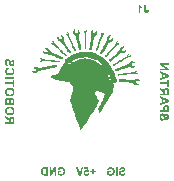
<source format=gbr>
%TF.GenerationSoftware,KiCad,Pcbnew,8.0.2-1*%
%TF.CreationDate,2024-08-24T16:11:18-07:00*%
%TF.ProjectId,HallSwitch,48616c6c-5377-4697-9463-682e6b696361,rev?*%
%TF.SameCoordinates,Original*%
%TF.FileFunction,Legend,Bot*%
%TF.FilePolarity,Positive*%
%FSLAX46Y46*%
G04 Gerber Fmt 4.6, Leading zero omitted, Abs format (unit mm)*
G04 Created by KiCad (PCBNEW 8.0.2-1) date 2024-08-24 16:11:18*
%MOMM*%
%LPD*%
G01*
G04 APERTURE LIST*
%ADD10C,0.171450*%
%ADD11C,0.152400*%
%ADD12C,0.158750*%
%ADD13C,0.000000*%
G04 APERTURE END LIST*
D10*
G36*
X127646054Y-110276932D02*
G01*
X127646054Y-110094691D01*
X127826956Y-110094691D01*
X127826956Y-109976769D01*
X127646054Y-109976769D01*
X127646054Y-109794527D01*
X127525452Y-109794527D01*
X127525452Y-109976769D01*
X127344048Y-109976769D01*
X127344048Y-110094691D01*
X127525452Y-110094691D01*
X127525452Y-110276932D01*
X127646054Y-110276932D01*
G37*
G36*
X127263982Y-110174086D02*
G01*
X127132158Y-110159011D01*
X127124778Y-110193197D01*
X127109765Y-110223746D01*
X127098658Y-110237402D01*
X127070750Y-110258081D01*
X127036925Y-110266184D01*
X127034672Y-110266212D01*
X127000793Y-110260441D01*
X126971851Y-110243129D01*
X126964489Y-110236062D01*
X126945836Y-110206370D01*
X126937479Y-110173343D01*
X126935679Y-110144774D01*
X126939044Y-110108794D01*
X126951696Y-110075051D01*
X126964154Y-110059013D01*
X126992372Y-110039433D01*
X127027195Y-110030817D01*
X127038357Y-110030370D01*
X127072806Y-110035604D01*
X127104965Y-110051308D01*
X127131951Y-110074391D01*
X127140533Y-110083970D01*
X127247902Y-110067388D01*
X127180064Y-109687326D01*
X126830153Y-109687326D01*
X126830153Y-109815968D01*
X127079730Y-109815968D01*
X127100501Y-109936904D01*
X127069861Y-109922981D01*
X127035895Y-109914383D01*
X127010050Y-109912449D01*
X126972794Y-109915502D01*
X126938119Y-109924664D01*
X126906025Y-109939933D01*
X126876511Y-109961309D01*
X126860806Y-109976267D01*
X126836918Y-110005941D01*
X126818897Y-110039271D01*
X126806744Y-110076256D01*
X126800997Y-110110866D01*
X126799500Y-110141759D01*
X126801864Y-110177974D01*
X126808958Y-110212457D01*
X126820780Y-110245210D01*
X126837332Y-110276231D01*
X126848913Y-110293180D01*
X126871235Y-110319383D01*
X126901401Y-110344963D01*
X126935254Y-110364149D01*
X126972792Y-110376939D01*
X127006891Y-110382712D01*
X127036012Y-110384134D01*
X127070636Y-110382131D01*
X127107890Y-110374735D01*
X127141761Y-110361887D01*
X127172250Y-110343590D01*
X127191956Y-110327183D01*
X127216014Y-110300392D01*
X127235422Y-110269849D01*
X127250181Y-110235555D01*
X127259132Y-110203175D01*
X127263982Y-110174086D01*
G37*
G36*
X126526472Y-110373414D02*
G01*
X126773370Y-109676606D01*
X126622116Y-109676606D01*
X126447411Y-110191172D01*
X126278234Y-109676606D01*
X126130330Y-109676606D01*
X126377563Y-110373414D01*
X126526472Y-110373414D01*
G37*
D11*
G36*
X120295291Y-105415024D02*
G01*
X120327204Y-105435024D01*
X120359539Y-105456339D01*
X120390039Y-105478039D01*
X120420731Y-105503241D01*
X120440166Y-105522960D01*
X120464658Y-105553604D01*
X120485685Y-105586062D01*
X120487709Y-105573626D01*
X120497372Y-105533205D01*
X120511043Y-105497611D01*
X120531573Y-105462843D01*
X120557338Y-105434379D01*
X120587628Y-105412151D01*
X120621733Y-105396273D01*
X120659654Y-105386746D01*
X120701390Y-105383571D01*
X120709937Y-105383701D01*
X120750864Y-105388282D01*
X120788773Y-105399405D01*
X120823666Y-105417071D01*
X120853869Y-105440190D01*
X120879746Y-105470658D01*
X120897925Y-105506405D01*
X120903930Y-105525440D01*
X120911421Y-105562738D01*
X120915839Y-105602283D01*
X120918037Y-105641310D01*
X120918770Y-105685074D01*
X120918770Y-106011144D01*
X120144540Y-106011144D01*
X120144540Y-105856298D01*
X120466143Y-105856298D01*
X120466143Y-105824845D01*
X120466134Y-105821534D01*
X120464504Y-105783629D01*
X120457582Y-105746863D01*
X120455193Y-105741652D01*
X120597166Y-105741652D01*
X120597166Y-105856298D01*
X120787746Y-105856298D01*
X120787746Y-105735324D01*
X120787622Y-105697730D01*
X120787095Y-105659995D01*
X120785141Y-105622354D01*
X120777325Y-105594482D01*
X120755735Y-105563914D01*
X120732564Y-105549792D01*
X120694504Y-105543256D01*
X120674442Y-105544800D01*
X120638111Y-105559075D01*
X120625327Y-105570028D01*
X120606286Y-105602440D01*
X120601878Y-105624663D01*
X120598672Y-105664895D01*
X120597487Y-105702791D01*
X120597166Y-105741652D01*
X120455193Y-105741652D01*
X120449980Y-105730281D01*
X120425942Y-105700335D01*
X120410414Y-105686993D01*
X120379520Y-105663674D01*
X120345618Y-105639706D01*
X120314833Y-105618631D01*
X120144540Y-105506591D01*
X120144540Y-105321223D01*
X120295291Y-105415024D01*
G37*
G36*
X120553781Y-104529337D02*
G01*
X120598326Y-104532519D01*
X120640283Y-104538881D01*
X120679652Y-104548425D01*
X120716432Y-104561151D01*
X120750625Y-104577058D01*
X120789726Y-104601415D01*
X120824783Y-104630743D01*
X120855291Y-104664215D01*
X120880628Y-104701005D01*
X120900794Y-104741111D01*
X120915789Y-104784534D01*
X120924062Y-104821660D01*
X120929026Y-104860910D01*
X120930681Y-104902282D01*
X120930562Y-104913899D01*
X120928267Y-104953218D01*
X120923050Y-104990453D01*
X120913512Y-105030456D01*
X120900158Y-105067737D01*
X120898716Y-105071090D01*
X120879727Y-105106899D01*
X120857502Y-105137735D01*
X120830552Y-105166935D01*
X120824665Y-105172514D01*
X120793789Y-105198185D01*
X120760514Y-105220147D01*
X120724840Y-105238402D01*
X120688020Y-105252036D01*
X120647583Y-105262321D01*
X120610046Y-105268471D01*
X120569852Y-105272162D01*
X120527002Y-105273392D01*
X120515563Y-105273293D01*
X120471354Y-105270924D01*
X120429617Y-105265398D01*
X120390351Y-105256713D01*
X120353558Y-105244870D01*
X120311042Y-105225625D01*
X120272388Y-105201446D01*
X120237596Y-105172332D01*
X120207356Y-105139038D01*
X120182242Y-105102318D01*
X120162253Y-105062172D01*
X120147389Y-105018600D01*
X120139189Y-104981276D01*
X120134268Y-104941759D01*
X120132650Y-104900607D01*
X120263652Y-104900607D01*
X120263918Y-104912066D01*
X120269040Y-104950181D01*
X120282876Y-104989945D01*
X120305227Y-105025661D01*
X120331769Y-105053592D01*
X120340557Y-105060872D01*
X120375240Y-105082651D01*
X120409830Y-105096741D01*
X120448910Y-105106603D01*
X120492478Y-105112239D01*
X120532213Y-105113707D01*
X120540534Y-105113649D01*
X120580158Y-105111646D01*
X120623353Y-105105462D01*
X120661798Y-105095157D01*
X120700646Y-105077924D01*
X120733029Y-105055081D01*
X120741097Y-105047607D01*
X120768165Y-105014805D01*
X120786904Y-104977350D01*
X120796469Y-104940760D01*
X120799657Y-104900607D01*
X120799400Y-104888797D01*
X120794446Y-104849786D01*
X120781063Y-104809629D01*
X120759445Y-104774195D01*
X120733773Y-104747064D01*
X120729601Y-104743503D01*
X120696667Y-104721741D01*
X120657214Y-104705518D01*
X120618209Y-104696022D01*
X120574414Y-104690596D01*
X120534260Y-104689183D01*
X120525870Y-104689241D01*
X120485896Y-104691270D01*
X120442283Y-104697532D01*
X120403419Y-104707968D01*
X120364082Y-104725419D01*
X120331211Y-104748553D01*
X120323030Y-104756104D01*
X120298553Y-104784584D01*
X120278496Y-104821036D01*
X120266885Y-104861652D01*
X120263652Y-104900607D01*
X120132650Y-104900607D01*
X120132628Y-104900049D01*
X120134277Y-104858863D01*
X120139224Y-104819799D01*
X120147468Y-104782859D01*
X120162411Y-104739668D01*
X120182506Y-104699795D01*
X120207754Y-104663238D01*
X120238154Y-104629999D01*
X120251663Y-104617761D01*
X120288214Y-104590621D01*
X120328736Y-104568416D01*
X120364013Y-104554204D01*
X120401832Y-104543151D01*
X120442192Y-104535256D01*
X120485094Y-104530519D01*
X120530538Y-104528939D01*
X120553781Y-104529337D01*
G37*
G36*
X120375764Y-103769374D02*
G01*
X120415040Y-103774539D01*
X120450936Y-103787083D01*
X120483451Y-103807007D01*
X120492445Y-103814342D01*
X120518763Y-103842928D01*
X120539446Y-103877875D01*
X120553244Y-103914766D01*
X120566120Y-103891211D01*
X120590801Y-103860721D01*
X120621919Y-103836041D01*
X120645370Y-103823338D01*
X120682639Y-103811090D01*
X120722421Y-103807007D01*
X120741051Y-103807838D01*
X120778992Y-103815340D01*
X120813616Y-103830643D01*
X120823550Y-103836692D01*
X120854287Y-103860794D01*
X120878755Y-103889455D01*
X120884633Y-103898444D01*
X120901035Y-103932240D01*
X120910953Y-103969670D01*
X120913999Y-103991429D01*
X120917052Y-104030208D01*
X120918396Y-104067747D01*
X120918770Y-104105346D01*
X120918770Y-104412060D01*
X120144540Y-104412060D01*
X120144540Y-104150758D01*
X120144775Y-104123942D01*
X120144904Y-104113721D01*
X120275563Y-104113721D01*
X120275563Y-104257214D01*
X120478054Y-104257214D01*
X120478054Y-104155597D01*
X120609078Y-104155597D01*
X120609078Y-104257214D01*
X120787746Y-104257214D01*
X120787746Y-104168252D01*
X120787744Y-104161497D01*
X120787583Y-104118932D01*
X120787011Y-104076350D01*
X120785141Y-104035740D01*
X120779051Y-104009402D01*
X120757968Y-103977487D01*
X120737580Y-103964713D01*
X120699715Y-103957759D01*
X120671716Y-103961537D01*
X120639414Y-103980650D01*
X120621920Y-104005699D01*
X120611683Y-104043184D01*
X120609902Y-104075510D01*
X120609241Y-104114652D01*
X120609078Y-104155597D01*
X120478054Y-104155597D01*
X120478054Y-104132146D01*
X120477958Y-104112943D01*
X120476982Y-104073212D01*
X120474183Y-104032571D01*
X120467073Y-103994609D01*
X120458113Y-103974616D01*
X120432456Y-103946220D01*
X120411532Y-103935374D01*
X120374761Y-103929469D01*
X120344650Y-103933063D01*
X120310366Y-103951245D01*
X120293808Y-103970936D01*
X120280216Y-104007451D01*
X120277203Y-104035853D01*
X120275854Y-104075673D01*
X120275563Y-104113721D01*
X120144904Y-104113721D01*
X120145284Y-104083524D01*
X120146087Y-104042076D01*
X120147288Y-104003446D01*
X120149751Y-103963900D01*
X120155420Y-103930704D01*
X120167228Y-103894370D01*
X120186229Y-103860049D01*
X120202269Y-103840123D01*
X120230998Y-103814379D01*
X120265327Y-103793607D01*
X120290347Y-103782940D01*
X120328533Y-103772655D01*
X120367503Y-103769226D01*
X120375764Y-103769374D01*
G37*
G36*
X120553781Y-102930254D02*
G01*
X120598326Y-102933435D01*
X120640283Y-102939798D01*
X120679652Y-102949342D01*
X120716432Y-102962068D01*
X120750625Y-102977974D01*
X120789726Y-103002332D01*
X120824783Y-103031660D01*
X120855291Y-103065132D01*
X120880628Y-103101921D01*
X120900794Y-103142027D01*
X120915789Y-103185450D01*
X120924062Y-103222577D01*
X120929026Y-103261827D01*
X120930681Y-103303199D01*
X120930562Y-103314816D01*
X120928267Y-103354135D01*
X120923050Y-103391370D01*
X120913512Y-103431373D01*
X120900158Y-103468653D01*
X120898716Y-103472007D01*
X120879727Y-103507816D01*
X120857502Y-103538652D01*
X120830552Y-103567852D01*
X120824665Y-103573431D01*
X120793789Y-103599101D01*
X120760514Y-103621064D01*
X120724840Y-103639319D01*
X120688020Y-103652953D01*
X120647583Y-103663238D01*
X120610046Y-103669388D01*
X120569852Y-103673078D01*
X120527002Y-103674308D01*
X120515563Y-103674210D01*
X120471354Y-103671841D01*
X120429617Y-103666314D01*
X120390351Y-103657630D01*
X120353558Y-103645787D01*
X120311042Y-103626542D01*
X120272388Y-103602363D01*
X120237596Y-103573249D01*
X120207356Y-103539955D01*
X120182242Y-103503235D01*
X120162253Y-103463089D01*
X120147389Y-103419517D01*
X120139189Y-103382192D01*
X120134268Y-103342675D01*
X120132650Y-103301524D01*
X120263652Y-103301524D01*
X120263918Y-103312983D01*
X120269040Y-103351097D01*
X120282876Y-103390861D01*
X120305227Y-103426578D01*
X120331769Y-103454509D01*
X120340557Y-103461788D01*
X120375240Y-103483568D01*
X120409830Y-103497657D01*
X120448910Y-103507520D01*
X120492478Y-103513156D01*
X120532213Y-103514623D01*
X120540534Y-103514566D01*
X120580158Y-103512562D01*
X120623353Y-103506379D01*
X120661798Y-103496074D01*
X120700646Y-103478841D01*
X120733029Y-103455998D01*
X120741097Y-103448524D01*
X120768165Y-103415722D01*
X120786904Y-103378266D01*
X120796469Y-103341676D01*
X120799657Y-103301524D01*
X120799400Y-103289714D01*
X120794446Y-103250703D01*
X120781063Y-103210546D01*
X120759445Y-103175112D01*
X120733773Y-103147981D01*
X120729601Y-103144420D01*
X120696667Y-103122658D01*
X120657214Y-103106435D01*
X120618209Y-103096939D01*
X120574414Y-103091513D01*
X120534260Y-103090099D01*
X120525870Y-103090157D01*
X120485896Y-103092187D01*
X120442283Y-103098448D01*
X120403419Y-103108885D01*
X120364082Y-103126336D01*
X120331211Y-103149470D01*
X120323030Y-103157021D01*
X120298553Y-103185500D01*
X120278496Y-103221952D01*
X120266885Y-103262569D01*
X120263652Y-103301524D01*
X120132650Y-103301524D01*
X120132628Y-103300966D01*
X120134277Y-103259779D01*
X120139224Y-103220716D01*
X120147468Y-103183775D01*
X120162411Y-103140585D01*
X120182506Y-103100712D01*
X120207754Y-103064155D01*
X120238154Y-103030916D01*
X120251663Y-103018678D01*
X120288214Y-102991538D01*
X120328736Y-102969332D01*
X120364013Y-102955121D01*
X120401832Y-102944068D01*
X120442192Y-102936172D01*
X120485094Y-102931435D01*
X120530538Y-102929856D01*
X120553781Y-102930254D01*
G37*
G36*
X120144540Y-102640823D02*
G01*
X120787746Y-102640823D01*
X120787746Y-102868439D01*
X120918770Y-102868439D01*
X120918770Y-102258732D01*
X120787746Y-102258732D01*
X120787746Y-102485790D01*
X120144540Y-102485790D01*
X120144540Y-102640823D01*
G37*
G36*
X120144540Y-102166793D02*
G01*
X120918770Y-102166793D01*
X120918770Y-102011947D01*
X120144540Y-102011947D01*
X120144540Y-102166793D01*
G37*
G36*
X120442320Y-101374882D02*
G01*
X120394675Y-101224688D01*
X120356605Y-101236624D01*
X120321724Y-101250795D01*
X120284078Y-101270751D01*
X120251025Y-101293927D01*
X120222564Y-101320321D01*
X120206143Y-101339706D01*
X120185207Y-101371311D01*
X120168603Y-101405965D01*
X120156331Y-101443669D01*
X120148390Y-101484421D01*
X120144780Y-101528222D01*
X120144540Y-101543500D01*
X120146156Y-101580851D01*
X120152725Y-101625151D01*
X120164346Y-101666797D01*
X120181020Y-101705790D01*
X120202746Y-101742129D01*
X120229526Y-101775815D01*
X120248018Y-101794753D01*
X120282209Y-101823062D01*
X120320108Y-101846574D01*
X120361715Y-101865287D01*
X120397669Y-101876802D01*
X120435997Y-101885247D01*
X120476697Y-101890621D01*
X120519771Y-101892924D01*
X120530910Y-101893020D01*
X120577043Y-101891476D01*
X120620524Y-101886844D01*
X120661352Y-101879123D01*
X120699529Y-101868314D01*
X120735053Y-101854416D01*
X120775729Y-101832702D01*
X120812261Y-101806162D01*
X120825713Y-101794194D01*
X120855953Y-101761735D01*
X120881067Y-101726241D01*
X120901056Y-101687712D01*
X120915920Y-101646147D01*
X120925658Y-101601547D01*
X120929758Y-101563682D01*
X120930681Y-101534008D01*
X120928527Y-101491276D01*
X120922066Y-101451133D01*
X120911297Y-101413581D01*
X120896221Y-101378618D01*
X120876837Y-101346246D01*
X120853146Y-101316463D01*
X120842463Y-101305275D01*
X120813476Y-101280755D01*
X120778813Y-101259492D01*
X120743826Y-101243558D01*
X120704493Y-101230118D01*
X120692456Y-101226736D01*
X120668634Y-101380093D01*
X120707334Y-101392930D01*
X120740007Y-101412761D01*
X120764482Y-101436857D01*
X120784509Y-101468741D01*
X120796222Y-101505024D01*
X120799657Y-101541825D01*
X120795865Y-101582444D01*
X120784489Y-101619062D01*
X120765529Y-101651678D01*
X120738985Y-101680293D01*
X120703937Y-101703499D01*
X120665542Y-101718365D01*
X120626890Y-101727068D01*
X120582938Y-101732040D01*
X120542263Y-101733335D01*
X120499215Y-101732059D01*
X120460221Y-101728228D01*
X120418777Y-101720261D01*
X120383170Y-101708616D01*
X120349005Y-101690384D01*
X120336794Y-101681038D01*
X120310006Y-101652923D01*
X120290871Y-101620877D01*
X120279390Y-101584899D01*
X120275563Y-101544989D01*
X120280313Y-101504554D01*
X120294564Y-101468209D01*
X120315764Y-101438718D01*
X120345396Y-101413371D01*
X120379773Y-101394755D01*
X120416461Y-101381544D01*
X120442320Y-101374882D01*
G37*
G36*
X120394675Y-101135354D02*
G01*
X120406587Y-100984603D01*
X120368222Y-100974752D01*
X120332846Y-100958627D01*
X120302749Y-100934592D01*
X120298269Y-100929513D01*
X120278560Y-100897421D01*
X120267032Y-100858467D01*
X120263652Y-100817101D01*
X120266110Y-100777931D01*
X120274609Y-100741246D01*
X120292821Y-100706725D01*
X120294733Y-100704316D01*
X120324086Y-100678362D01*
X120359964Y-100666683D01*
X120367689Y-100666349D01*
X120404680Y-100676118D01*
X120413287Y-100682355D01*
X120435874Y-100713542D01*
X120446043Y-100738003D01*
X120457432Y-100775229D01*
X120467839Y-100813193D01*
X120477602Y-100850314D01*
X120480660Y-100862140D01*
X120490941Y-100899236D01*
X120504167Y-100938966D01*
X120518361Y-100973474D01*
X120536145Y-101007134D01*
X120558083Y-101036900D01*
X120587437Y-101064457D01*
X120619482Y-101085246D01*
X120654216Y-101099266D01*
X120691639Y-101106518D01*
X120714232Y-101107623D01*
X120754019Y-101103709D01*
X120792003Y-101091965D01*
X120824969Y-101074495D01*
X120854889Y-101050820D01*
X120879974Y-101021438D01*
X120900225Y-100986350D01*
X120903695Y-100978647D01*
X120916740Y-100941335D01*
X120924751Y-100904758D01*
X120929390Y-100864971D01*
X120930681Y-100827523D01*
X120929095Y-100784136D01*
X120924338Y-100744238D01*
X120916409Y-100707829D01*
X120902708Y-100668745D01*
X120884440Y-100634687D01*
X120865728Y-100610143D01*
X120835235Y-100581465D01*
X120800593Y-100559431D01*
X120761801Y-100544040D01*
X120725247Y-100536136D01*
X120692456Y-100533278D01*
X120692456Y-100688311D01*
X120730781Y-100698928D01*
X120764048Y-100719452D01*
X120774532Y-100730930D01*
X120791708Y-100765862D01*
X120798774Y-100805783D01*
X120799657Y-100829198D01*
X120797004Y-100868471D01*
X120787955Y-100905121D01*
X120772485Y-100934910D01*
X120741183Y-100957534D01*
X120725584Y-100959477D01*
X120689955Y-100946496D01*
X120679987Y-100936399D01*
X120661343Y-100902681D01*
X120648362Y-100867087D01*
X120636641Y-100827335D01*
X120628061Y-100794023D01*
X120617693Y-100753663D01*
X120607246Y-100717452D01*
X120594958Y-100680448D01*
X120580784Y-100645072D01*
X120571855Y-100626707D01*
X120551888Y-100595166D01*
X120525180Y-100565803D01*
X120493501Y-100542026D01*
X120456589Y-100524542D01*
X120418261Y-100514946D01*
X120379882Y-100511437D01*
X120370853Y-100511317D01*
X120330261Y-100514898D01*
X120291304Y-100525639D01*
X120253983Y-100543542D01*
X120246716Y-100547981D01*
X120216513Y-100571005D01*
X120191021Y-100598827D01*
X120170241Y-100631449D01*
X120160731Y-100651646D01*
X120148436Y-100687206D01*
X120139654Y-100726883D01*
X120134851Y-100764978D01*
X120132738Y-100806226D01*
X120132628Y-100818590D01*
X120134259Y-100862422D01*
X120139153Y-100902955D01*
X120147309Y-100940189D01*
X120161403Y-100980516D01*
X120180195Y-101016093D01*
X120199443Y-101042111D01*
X120226721Y-101069149D01*
X120258304Y-101091777D01*
X120294193Y-101109995D01*
X120334386Y-101123803D01*
X120371170Y-101131941D01*
X120394675Y-101135354D01*
G37*
D10*
G36*
X124880529Y-110116131D02*
G01*
X124880529Y-109998210D01*
X124579863Y-109998210D01*
X124579863Y-110278273D01*
X124607649Y-110301127D01*
X124637554Y-110320107D01*
X124667739Y-110335684D01*
X124701675Y-110350299D01*
X124706830Y-110352308D01*
X124743282Y-110364709D01*
X124779942Y-110374064D01*
X124816811Y-110380373D01*
X124853888Y-110383636D01*
X124875169Y-110384134D01*
X124914831Y-110382526D01*
X124952539Y-110377703D01*
X124988291Y-110369665D01*
X125022089Y-110358412D01*
X125053931Y-110343943D01*
X125064111Y-110338406D01*
X125092917Y-110319880D01*
X125118907Y-110298598D01*
X125145673Y-110270286D01*
X125165565Y-110243033D01*
X125182642Y-110213024D01*
X125185215Y-110207754D01*
X125198990Y-110175321D01*
X125209916Y-110141840D01*
X125217991Y-110107310D01*
X125223217Y-110071732D01*
X125225592Y-110035106D01*
X125225750Y-110022665D01*
X125224160Y-109982816D01*
X125219390Y-109944674D01*
X125211440Y-109908241D01*
X125200311Y-109873515D01*
X125186001Y-109840497D01*
X125180525Y-109829870D01*
X125162093Y-109799596D01*
X125140717Y-109772090D01*
X125116396Y-109747352D01*
X125089131Y-109725381D01*
X125058922Y-109706177D01*
X125048198Y-109700391D01*
X125012929Y-109685295D01*
X124978753Y-109675624D01*
X124941483Y-109669256D01*
X124907075Y-109666425D01*
X124882874Y-109665886D01*
X124844052Y-109667277D01*
X124807986Y-109671448D01*
X124774676Y-109678400D01*
X124738342Y-109690413D01*
X124705978Y-109706430D01*
X124682039Y-109722837D01*
X124656718Y-109745724D01*
X124635024Y-109771674D01*
X124616957Y-109800686D01*
X124602518Y-109832760D01*
X124591706Y-109867896D01*
X124588908Y-109880288D01*
X124727432Y-109901729D01*
X124739059Y-109869841D01*
X124757668Y-109839942D01*
X124782373Y-109815465D01*
X124812386Y-109797441D01*
X124847149Y-109786899D01*
X124882874Y-109783807D01*
X124921091Y-109786621D01*
X124955716Y-109795061D01*
X124986751Y-109809127D01*
X125014195Y-109828821D01*
X125028265Y-109842600D01*
X125049281Y-109870982D01*
X125065135Y-109904831D01*
X125074616Y-109938194D01*
X125080305Y-109975574D01*
X125082148Y-110009792D01*
X125082201Y-110016970D01*
X125080868Y-110054393D01*
X125076868Y-110088773D01*
X125068550Y-110126013D01*
X125056391Y-110158873D01*
X125037354Y-110191671D01*
X125027595Y-110203902D01*
X125002013Y-110228181D01*
X124973193Y-110246497D01*
X124941134Y-110258850D01*
X124905837Y-110265239D01*
X124884214Y-110266212D01*
X124848638Y-110263310D01*
X124815700Y-110255478D01*
X124796443Y-110248625D01*
X124765146Y-110234374D01*
X124735176Y-110216543D01*
X124720732Y-110205912D01*
X124720732Y-110116131D01*
X124880529Y-110116131D01*
G37*
G36*
X124453902Y-110373414D02*
G01*
X124453902Y-109676606D01*
X124318226Y-109676606D01*
X124035650Y-110147454D01*
X124035650Y-109676606D01*
X123906171Y-109676606D01*
X123906171Y-110373414D01*
X124046035Y-110373414D01*
X124324423Y-109909601D01*
X124324423Y-110373414D01*
X124453902Y-110373414D01*
G37*
G36*
X123763125Y-110373414D02*
G01*
X123500650Y-110373414D01*
X123481829Y-110373183D01*
X123447093Y-110371341D01*
X123412646Y-110367065D01*
X123377201Y-110358673D01*
X123369594Y-110356120D01*
X123337812Y-110343109D01*
X123307190Y-110325731D01*
X123279212Y-110303063D01*
X123276229Y-110300093D01*
X123253933Y-110274295D01*
X123234422Y-110244875D01*
X123217695Y-110211832D01*
X123205344Y-110179949D01*
X123202768Y-110172068D01*
X123194126Y-110138698D01*
X123188143Y-110102377D01*
X123185089Y-110068173D01*
X123184071Y-110031710D01*
X123184167Y-110025177D01*
X123328290Y-110025177D01*
X123328513Y-110044833D01*
X123330292Y-110080971D01*
X123334422Y-110116571D01*
X123342528Y-110152814D01*
X123345240Y-110161345D01*
X123358692Y-110192972D01*
X123379043Y-110219982D01*
X123402468Y-110236407D01*
X123435156Y-110248792D01*
X123448070Y-110251403D01*
X123483227Y-110254701D01*
X123519577Y-110255492D01*
X123623596Y-110255492D01*
X123623596Y-109794527D01*
X123560950Y-109794527D01*
X123555676Y-109794534D01*
X123517431Y-109795057D01*
X123482789Y-109796647D01*
X123446546Y-109801228D01*
X123444110Y-109801777D01*
X123410827Y-109813706D01*
X123382058Y-109834058D01*
X123375871Y-109840386D01*
X123355840Y-109869432D01*
X123342528Y-109901394D01*
X123338426Y-109915810D01*
X123332308Y-109950115D01*
X123329180Y-109987228D01*
X123328290Y-110025177D01*
X123184167Y-110025177D01*
X123184425Y-110007702D01*
X123186280Y-109973526D01*
X123190453Y-109936437D01*
X123196791Y-109902346D01*
X123206684Y-109867056D01*
X123214258Y-109846677D01*
X123230446Y-109812552D01*
X123249920Y-109781713D01*
X123272680Y-109754160D01*
X123286658Y-109740400D01*
X123313942Y-109719094D01*
X123343955Y-109702241D01*
X123376698Y-109689839D01*
X123401876Y-109684050D01*
X123436332Y-109679514D01*
X123472411Y-109677239D01*
X123508187Y-109676606D01*
X123763125Y-109676606D01*
X123763125Y-110373414D01*
G37*
D11*
G36*
X133475675Y-105734952D02*
G01*
X133487587Y-105584200D01*
X133449222Y-105574350D01*
X133413846Y-105558225D01*
X133383749Y-105534190D01*
X133379269Y-105529111D01*
X133359560Y-105497019D01*
X133348032Y-105458065D01*
X133344652Y-105416699D01*
X133347110Y-105377529D01*
X133355609Y-105340844D01*
X133373821Y-105306323D01*
X133375733Y-105303914D01*
X133405086Y-105277960D01*
X133440964Y-105266281D01*
X133448689Y-105265947D01*
X133485680Y-105275716D01*
X133494287Y-105281953D01*
X133516874Y-105313140D01*
X133527043Y-105337601D01*
X133538432Y-105374827D01*
X133548839Y-105412791D01*
X133558602Y-105449912D01*
X133561660Y-105461738D01*
X133571941Y-105498834D01*
X133585167Y-105538564D01*
X133599361Y-105573072D01*
X133617145Y-105606732D01*
X133639083Y-105636498D01*
X133668437Y-105664055D01*
X133700482Y-105684844D01*
X133735216Y-105698864D01*
X133772639Y-105706116D01*
X133795232Y-105707221D01*
X133835019Y-105703307D01*
X133873003Y-105691563D01*
X133905969Y-105674093D01*
X133935889Y-105650418D01*
X133960974Y-105621036D01*
X133981225Y-105585947D01*
X133984695Y-105578245D01*
X133997740Y-105540933D01*
X134005751Y-105504356D01*
X134010390Y-105464569D01*
X134011681Y-105427121D01*
X134010095Y-105383733D01*
X134005338Y-105343835D01*
X133997409Y-105307427D01*
X133983708Y-105268343D01*
X133965440Y-105234285D01*
X133946728Y-105209741D01*
X133916235Y-105181063D01*
X133881593Y-105159029D01*
X133842801Y-105143638D01*
X133806247Y-105135734D01*
X133773456Y-105132876D01*
X133773456Y-105287908D01*
X133811781Y-105298526D01*
X133845048Y-105319050D01*
X133855532Y-105330528D01*
X133872708Y-105365459D01*
X133879774Y-105405381D01*
X133880657Y-105428796D01*
X133878004Y-105468069D01*
X133868955Y-105504719D01*
X133853485Y-105534508D01*
X133822183Y-105557132D01*
X133806584Y-105559075D01*
X133770955Y-105546094D01*
X133760987Y-105535997D01*
X133742343Y-105502279D01*
X133729362Y-105466685D01*
X133717641Y-105426933D01*
X133709061Y-105393621D01*
X133698693Y-105353261D01*
X133688246Y-105317050D01*
X133675958Y-105280046D01*
X133661784Y-105244670D01*
X133652855Y-105226305D01*
X133632888Y-105194764D01*
X133606180Y-105165401D01*
X133574501Y-105141624D01*
X133537589Y-105124140D01*
X133499261Y-105114544D01*
X133460882Y-105111035D01*
X133451853Y-105110915D01*
X133411261Y-105114495D01*
X133372304Y-105125237D01*
X133334983Y-105143139D01*
X133327716Y-105147579D01*
X133297513Y-105170603D01*
X133272021Y-105198425D01*
X133251241Y-105231047D01*
X133241731Y-105251244D01*
X133229436Y-105286803D01*
X133220654Y-105326480D01*
X133215851Y-105364576D01*
X133213738Y-105405823D01*
X133213628Y-105418188D01*
X133215259Y-105462020D01*
X133220153Y-105502553D01*
X133228309Y-105539787D01*
X133242403Y-105580114D01*
X133261195Y-105615691D01*
X133280443Y-105641709D01*
X133307721Y-105668747D01*
X133339304Y-105691375D01*
X133375193Y-105709593D01*
X133415386Y-105723401D01*
X133452170Y-105731539D01*
X133475675Y-105734952D01*
G37*
G36*
X133802704Y-104398928D02*
G01*
X133842605Y-104406573D01*
X133878295Y-104419778D01*
X133913413Y-104441280D01*
X133930452Y-104455708D01*
X133956131Y-104484333D01*
X133975390Y-104516375D01*
X133988231Y-104551831D01*
X133991555Y-104567616D01*
X133996119Y-104608167D01*
X133998406Y-104650495D01*
X133999488Y-104694290D01*
X133999770Y-104736083D01*
X133999770Y-104984730D01*
X133225540Y-104984730D01*
X133225540Y-104829698D01*
X133523320Y-104829698D01*
X133523320Y-104744831D01*
X133654344Y-104744831D01*
X133654344Y-104829698D01*
X133868746Y-104829698D01*
X133868746Y-104754881D01*
X133868497Y-104720920D01*
X133867275Y-104681706D01*
X133863535Y-104643399D01*
X133852837Y-104610883D01*
X133830035Y-104581051D01*
X133799652Y-104562626D01*
X133762103Y-104556484D01*
X133738130Y-104558944D01*
X133703292Y-104573979D01*
X133686193Y-104588984D01*
X133666069Y-104622368D01*
X133664649Y-104626467D01*
X133657653Y-104664663D01*
X133655077Y-104702839D01*
X133654344Y-104744831D01*
X133523320Y-104744831D01*
X133523320Y-104728639D01*
X133523846Y-104685012D01*
X133525422Y-104646140D01*
X133528510Y-104607539D01*
X133534301Y-104568023D01*
X133537543Y-104555264D01*
X133551405Y-104519926D01*
X133570593Y-104487622D01*
X133583551Y-104471019D01*
X133612861Y-104443682D01*
X133645969Y-104422483D01*
X133652058Y-104419373D01*
X133688669Y-104405854D01*
X133726531Y-104398831D01*
X133764337Y-104396799D01*
X133802704Y-104398928D01*
G37*
G36*
X133999770Y-103967995D02*
G01*
X133999770Y-104131774D01*
X133225540Y-104430672D01*
X133225540Y-104266334D01*
X133404208Y-104203055D01*
X133404208Y-104155411D01*
X133535232Y-104155411D01*
X133809190Y-104051746D01*
X133535232Y-103946033D01*
X133535232Y-104155411D01*
X133404208Y-104155411D01*
X133404208Y-103896155D01*
X133225540Y-103829154D01*
X133225540Y-103660722D01*
X133999770Y-103967995D01*
G37*
G36*
X133376291Y-102986248D02*
G01*
X133408204Y-103006248D01*
X133440539Y-103027564D01*
X133471039Y-103049263D01*
X133501731Y-103074466D01*
X133521166Y-103094185D01*
X133545658Y-103124828D01*
X133566685Y-103157286D01*
X133568709Y-103144851D01*
X133578372Y-103104430D01*
X133592043Y-103068836D01*
X133612573Y-103034068D01*
X133638338Y-103005604D01*
X133668628Y-102983375D01*
X133702733Y-102967497D01*
X133740654Y-102957971D01*
X133782390Y-102954795D01*
X133790937Y-102954926D01*
X133831864Y-102959506D01*
X133869773Y-102970629D01*
X133904666Y-102988296D01*
X133934869Y-103011414D01*
X133960746Y-103041883D01*
X133978925Y-103077630D01*
X133984930Y-103096665D01*
X133992421Y-103133963D01*
X133996839Y-103173507D01*
X133999037Y-103212534D01*
X133999770Y-103256298D01*
X133999770Y-103582368D01*
X133225540Y-103582368D01*
X133225540Y-103427522D01*
X133547143Y-103427522D01*
X133547143Y-103396069D01*
X133547134Y-103392759D01*
X133545504Y-103354853D01*
X133538582Y-103318088D01*
X133536193Y-103312877D01*
X133678166Y-103312877D01*
X133678166Y-103427522D01*
X133868746Y-103427522D01*
X133868746Y-103306549D01*
X133868622Y-103268955D01*
X133868095Y-103231220D01*
X133866141Y-103193578D01*
X133858325Y-103165707D01*
X133836735Y-103135139D01*
X133813564Y-103121017D01*
X133775504Y-103114480D01*
X133755442Y-103116025D01*
X133719111Y-103130300D01*
X133706327Y-103141252D01*
X133687286Y-103173664D01*
X133682878Y-103195888D01*
X133679672Y-103236120D01*
X133678487Y-103274015D01*
X133678166Y-103312877D01*
X133536193Y-103312877D01*
X133530980Y-103301506D01*
X133506942Y-103271560D01*
X133491414Y-103258218D01*
X133460520Y-103234899D01*
X133426618Y-103210931D01*
X133395833Y-103189856D01*
X133225540Y-103077816D01*
X133225540Y-102892447D01*
X133376291Y-102986248D01*
G37*
G36*
X133225540Y-102640450D02*
G01*
X133868746Y-102640450D01*
X133868746Y-102868067D01*
X133999770Y-102868067D01*
X133999770Y-102258360D01*
X133868746Y-102258360D01*
X133868746Y-102485418D01*
X133225540Y-102485418D01*
X133225540Y-102640450D01*
G37*
G36*
X133999770Y-101855984D02*
G01*
X133999770Y-102019763D01*
X133225540Y-102318661D01*
X133225540Y-102154323D01*
X133404208Y-102091045D01*
X133404208Y-102043400D01*
X133535232Y-102043400D01*
X133809190Y-101939735D01*
X133535232Y-101834022D01*
X133535232Y-102043400D01*
X133404208Y-102043400D01*
X133404208Y-101784144D01*
X133225540Y-101717143D01*
X133225540Y-101548711D01*
X133999770Y-101855984D01*
G37*
G36*
X133225540Y-101469241D02*
G01*
X133999770Y-101469241D01*
X133999770Y-101318489D01*
X133476606Y-101004517D01*
X133999770Y-101004517D01*
X133999770Y-100860651D01*
X133225540Y-100860651D01*
X133225540Y-101016056D01*
X133740887Y-101325376D01*
X133225540Y-101325376D01*
X133225540Y-101469241D01*
G37*
D10*
G36*
X130331612Y-110148291D02*
G01*
X130195936Y-110137571D01*
X130187070Y-110172100D01*
X130172558Y-110203938D01*
X130150926Y-110231025D01*
X130146355Y-110235057D01*
X130117472Y-110252795D01*
X130082414Y-110263170D01*
X130045184Y-110266212D01*
X130009931Y-110264000D01*
X129976915Y-110256351D01*
X129945846Y-110239961D01*
X129943678Y-110238240D01*
X129920319Y-110211821D01*
X129909808Y-110179532D01*
X129909508Y-110172579D01*
X129918300Y-110139287D01*
X129923913Y-110131541D01*
X129951981Y-110111212D01*
X129973996Y-110102061D01*
X130007500Y-110091810D01*
X130041667Y-110082444D01*
X130075076Y-110073657D01*
X130085720Y-110070905D01*
X130119106Y-110061652D01*
X130154863Y-110049749D01*
X130185920Y-110036974D01*
X130216214Y-110020969D01*
X130243004Y-110001225D01*
X130267805Y-109974805D01*
X130286515Y-109945965D01*
X130299133Y-109914705D01*
X130305660Y-109881024D01*
X130306654Y-109860691D01*
X130303131Y-109824882D01*
X130292562Y-109790697D01*
X130276839Y-109761027D01*
X130255532Y-109734099D01*
X130229088Y-109711523D01*
X130197508Y-109693297D01*
X130190576Y-109690174D01*
X130156995Y-109678433D01*
X130124076Y-109671223D01*
X130088267Y-109667048D01*
X130054564Y-109665886D01*
X130015515Y-109667313D01*
X129979607Y-109671595D01*
X129946840Y-109678731D01*
X129911664Y-109691062D01*
X129881012Y-109707503D01*
X129858922Y-109724344D01*
X129833112Y-109751787D01*
X129813281Y-109782965D01*
X129799430Y-109817878D01*
X129792316Y-109850777D01*
X129789744Y-109880288D01*
X129929273Y-109880288D01*
X129938828Y-109845796D01*
X129957300Y-109815856D01*
X129967631Y-109806420D01*
X129999069Y-109790962D01*
X130034998Y-109784602D01*
X130056072Y-109783807D01*
X130091417Y-109786196D01*
X130124403Y-109794339D01*
X130151213Y-109808263D01*
X130171574Y-109836434D01*
X130173323Y-109850473D01*
X130161640Y-109882539D01*
X130152553Y-109891511D01*
X130122206Y-109908290D01*
X130090171Y-109919973D01*
X130054395Y-109930522D01*
X130024414Y-109938244D01*
X129988090Y-109947576D01*
X129955500Y-109956978D01*
X129922197Y-109968037D01*
X129890358Y-109980793D01*
X129873830Y-109988829D01*
X129845443Y-110006800D01*
X129819016Y-110030837D01*
X129797617Y-110059348D01*
X129781881Y-110092569D01*
X129773245Y-110127064D01*
X129770087Y-110161606D01*
X129769979Y-110169731D01*
X129773201Y-110206264D01*
X129782869Y-110241325D01*
X129798981Y-110274914D01*
X129802977Y-110281455D01*
X129823698Y-110308637D01*
X129848738Y-110331580D01*
X129878098Y-110350283D01*
X129896275Y-110358841D01*
X129928278Y-110369906D01*
X129963988Y-110377810D01*
X129998273Y-110382133D01*
X130035396Y-110384035D01*
X130046524Y-110384134D01*
X130085973Y-110382666D01*
X130122453Y-110378261D01*
X130155964Y-110370921D01*
X130192258Y-110358236D01*
X130224277Y-110341324D01*
X130247694Y-110324000D01*
X130272028Y-110299450D01*
X130292393Y-110271025D01*
X130308789Y-110238726D01*
X130321217Y-110202551D01*
X130328541Y-110169446D01*
X130331612Y-110148291D01*
G37*
G36*
X129660600Y-110373414D02*
G01*
X129660600Y-109676606D01*
X129521239Y-109676606D01*
X129521239Y-110373414D01*
X129660600Y-110373414D01*
G37*
G36*
X129068481Y-110116131D02*
G01*
X129068481Y-109998210D01*
X128767816Y-109998210D01*
X128767816Y-110278273D01*
X128795602Y-110301127D01*
X128825506Y-110320107D01*
X128855691Y-110335684D01*
X128889628Y-110350299D01*
X128894782Y-110352308D01*
X128931234Y-110364709D01*
X128967895Y-110374064D01*
X129004764Y-110380373D01*
X129041841Y-110383636D01*
X129063121Y-110384134D01*
X129102784Y-110382526D01*
X129140492Y-110377703D01*
X129176244Y-110369665D01*
X129210041Y-110358412D01*
X129241884Y-110343943D01*
X129252063Y-110338406D01*
X129280869Y-110319880D01*
X129306860Y-110298598D01*
X129333625Y-110270286D01*
X129353517Y-110243033D01*
X129370595Y-110213024D01*
X129373167Y-110207754D01*
X129386943Y-110175321D01*
X129397868Y-110141840D01*
X129405944Y-110107310D01*
X129411169Y-110071732D01*
X129413544Y-110035106D01*
X129413703Y-110022665D01*
X129412113Y-109982816D01*
X129407343Y-109944674D01*
X129399393Y-109908241D01*
X129388263Y-109873515D01*
X129373954Y-109840497D01*
X129368477Y-109829870D01*
X129350045Y-109799596D01*
X129328669Y-109772090D01*
X129304349Y-109747352D01*
X129277084Y-109725381D01*
X129246875Y-109706177D01*
X129236151Y-109700391D01*
X129200881Y-109685295D01*
X129166705Y-109675624D01*
X129129436Y-109669256D01*
X129095028Y-109666425D01*
X129070827Y-109665886D01*
X129032004Y-109667277D01*
X128995938Y-109671448D01*
X128962628Y-109678400D01*
X128926295Y-109690413D01*
X128893930Y-109706430D01*
X128869992Y-109722837D01*
X128844670Y-109745724D01*
X128822976Y-109771674D01*
X128804910Y-109800686D01*
X128790470Y-109832760D01*
X128779659Y-109867896D01*
X128776861Y-109880288D01*
X128915385Y-109901729D01*
X128927012Y-109869841D01*
X128945621Y-109839942D01*
X128970325Y-109815465D01*
X129000338Y-109797441D01*
X129035102Y-109786899D01*
X129070827Y-109783807D01*
X129109043Y-109786621D01*
X129143669Y-109795061D01*
X129174704Y-109809127D01*
X129202148Y-109828821D01*
X129216218Y-109842600D01*
X129237234Y-109870982D01*
X129253088Y-109904831D01*
X129262569Y-109938194D01*
X129268257Y-109975574D01*
X129270101Y-110009792D01*
X129270154Y-110016970D01*
X129268820Y-110054393D01*
X129264821Y-110088773D01*
X129256502Y-110126013D01*
X129244344Y-110158873D01*
X129225307Y-110191671D01*
X129215548Y-110203902D01*
X129189966Y-110228181D01*
X129161145Y-110246497D01*
X129129087Y-110258850D01*
X129093790Y-110265239D01*
X129072167Y-110266212D01*
X129036590Y-110263310D01*
X129003653Y-110255478D01*
X128984396Y-110248625D01*
X128953099Y-110234374D01*
X128923128Y-110216543D01*
X128908685Y-110205912D01*
X128908685Y-110116131D01*
X129068481Y-110116131D01*
G37*
D12*
G36*
X132024675Y-95935133D02*
G01*
X131895947Y-95935133D01*
X131895947Y-96342875D01*
X131896615Y-96376114D01*
X131899014Y-96409757D01*
X131903798Y-96442068D01*
X131909905Y-96465865D01*
X131922878Y-96495779D01*
X131940685Y-96522184D01*
X131963325Y-96545081D01*
X131977991Y-96556285D01*
X132008212Y-96572704D01*
X132039236Y-96582787D01*
X132074176Y-96588625D01*
X132107960Y-96590251D01*
X132141959Y-96588391D01*
X132172882Y-96582813D01*
X132205072Y-96571606D01*
X132233077Y-96555337D01*
X132253749Y-96537363D01*
X132273653Y-96511790D01*
X132288719Y-96481482D01*
X132297781Y-96451734D01*
X132303288Y-96418509D01*
X132305240Y-96381804D01*
X132183491Y-96371878D01*
X132180606Y-96404962D01*
X132172904Y-96436362D01*
X132167362Y-96447564D01*
X132144855Y-96470464D01*
X132113978Y-96480541D01*
X132103618Y-96481064D01*
X132072758Y-96476969D01*
X132046232Y-96460684D01*
X132042666Y-96456249D01*
X132031017Y-96427130D01*
X132026098Y-96392712D01*
X132024692Y-96357654D01*
X132024675Y-96352801D01*
X132024675Y-95935133D01*
G37*
G36*
X131474401Y-96580325D02*
G01*
X131596925Y-96580325D01*
X131596925Y-96113491D01*
X131622954Y-96137500D01*
X131650672Y-96159045D01*
X131680082Y-96178125D01*
X131711181Y-96194741D01*
X131743971Y-96208892D01*
X131755276Y-96213061D01*
X131755276Y-96093949D01*
X131724506Y-96081657D01*
X131695414Y-96065983D01*
X131668442Y-96048385D01*
X131651053Y-96035634D01*
X131625113Y-96013184D01*
X131603594Y-95988950D01*
X131586495Y-95962933D01*
X131573816Y-95935133D01*
X131474401Y-95935133D01*
X131474401Y-96580325D01*
G37*
D13*
%TO.C,G\u002A\u002A\u002A*%
G36*
X126993642Y-97963884D02*
G01*
X127026901Y-97999623D01*
X127054281Y-98037771D01*
X127073108Y-98088632D01*
X127068171Y-98142067D01*
X127039983Y-98206171D01*
X127039498Y-98207056D01*
X127030705Y-98224783D01*
X127023410Y-98244668D01*
X127017478Y-98269445D01*
X127012787Y-98301845D01*
X127009203Y-98344600D01*
X127006598Y-98400444D01*
X127004841Y-98472110D01*
X127003806Y-98562329D01*
X127003360Y-98673832D01*
X127003376Y-98809354D01*
X127003723Y-98971625D01*
X127003824Y-99107782D01*
X127003394Y-99239843D01*
X127002465Y-99360104D01*
X127001088Y-99465614D01*
X126999312Y-99553430D01*
X126997184Y-99620604D01*
X126994752Y-99664188D01*
X126992064Y-99681236D01*
X126990905Y-99682238D01*
X126966180Y-99689197D01*
X126928403Y-99688756D01*
X126878252Y-99682766D01*
X126875654Y-99361028D01*
X126875362Y-99324953D01*
X126874370Y-99204581D01*
X126873224Y-99067777D01*
X126872004Y-98924234D01*
X126870798Y-98783642D01*
X126869683Y-98655699D01*
X126866309Y-98272107D01*
X126817936Y-98223734D01*
X126796427Y-98201092D01*
X126780014Y-98174887D01*
X126776956Y-98144393D01*
X126783971Y-98097408D01*
X126791908Y-98062162D01*
X126806831Y-98018926D01*
X126822629Y-97993750D01*
X126836541Y-97992163D01*
X126838890Y-97997141D01*
X126846511Y-98024046D01*
X126855716Y-98065102D01*
X126866186Y-98106213D01*
X126880422Y-98130767D01*
X126902767Y-98142693D01*
X126930965Y-98145615D01*
X126960141Y-98128866D01*
X126974450Y-98090453D01*
X126971829Y-98033636D01*
X126968604Y-98014412D01*
X126965316Y-97970771D01*
X126973388Y-97954099D01*
X126993642Y-97963884D01*
G37*
G36*
X128344675Y-98247568D02*
G01*
X128338796Y-98295335D01*
X128337838Y-98300538D01*
X128332717Y-98352029D01*
X128341312Y-98383767D01*
X128365272Y-98402424D01*
X128379950Y-98407659D01*
X128414273Y-98404944D01*
X128439669Y-98375749D01*
X128457409Y-98318922D01*
X128459543Y-98308895D01*
X128473398Y-98265995D01*
X128488977Y-98252517D01*
X128506109Y-98268472D01*
X128524616Y-98313872D01*
X128533928Y-98355067D01*
X128529950Y-98404614D01*
X128504497Y-98453069D01*
X128455053Y-98507437D01*
X128450472Y-98511818D01*
X128434678Y-98527164D01*
X128420500Y-98542361D01*
X128406927Y-98559717D01*
X128392953Y-98581544D01*
X128377567Y-98610146D01*
X128359760Y-98647834D01*
X128338528Y-98696917D01*
X128312859Y-98759703D01*
X128281746Y-98838501D01*
X128244181Y-98935619D01*
X128199154Y-99053368D01*
X128145658Y-99194054D01*
X128082683Y-99359987D01*
X128049001Y-99448344D01*
X128008359Y-99553837D01*
X127971557Y-99648133D01*
X127939898Y-99727950D01*
X127914688Y-99790009D01*
X127897230Y-99831025D01*
X127888827Y-99847719D01*
X127869147Y-99855361D01*
X127834767Y-99854871D01*
X127805282Y-99845613D01*
X127782213Y-99829279D01*
X127781791Y-99825807D01*
X127787923Y-99798256D01*
X127804287Y-99745617D01*
X127830294Y-99669541D01*
X127865358Y-99571683D01*
X127908889Y-99453691D01*
X127960300Y-99317221D01*
X128019005Y-99163924D01*
X128268433Y-98517169D01*
X128245468Y-98447500D01*
X128243274Y-98440535D01*
X128234769Y-98373477D01*
X128252871Y-98311722D01*
X128298869Y-98250522D01*
X128320480Y-98231093D01*
X128338780Y-98226389D01*
X128344675Y-98247568D01*
G37*
G36*
X124200947Y-98990140D02*
G01*
X124243280Y-99004669D01*
X124257334Y-99012117D01*
X124279435Y-99030612D01*
X124296493Y-99060258D01*
X124314439Y-99109820D01*
X124341843Y-99193842D01*
X124692664Y-99531003D01*
X124724804Y-99561862D01*
X124818632Y-99651637D01*
X124911969Y-99740521D01*
X125000671Y-99824597D01*
X125080597Y-99899944D01*
X125147606Y-99962640D01*
X125197554Y-100008768D01*
X125225398Y-100034200D01*
X125277782Y-100082553D01*
X125312755Y-100116525D01*
X125333428Y-100139947D01*
X125342911Y-100156657D01*
X125344315Y-100170486D01*
X125340754Y-100185272D01*
X125327823Y-100210980D01*
X125299946Y-100239098D01*
X125298017Y-100240336D01*
X125292694Y-100244304D01*
X125287554Y-100247166D01*
X125281053Y-100247561D01*
X125271643Y-100244121D01*
X125257780Y-100235483D01*
X125237917Y-100220278D01*
X125210509Y-100197146D01*
X125174008Y-100164715D01*
X125126871Y-100121626D01*
X125067550Y-100066512D01*
X124994497Y-99998006D01*
X124906169Y-99914743D01*
X124801019Y-99815359D01*
X124677502Y-99698490D01*
X124534072Y-99562767D01*
X124254642Y-99298409D01*
X124179652Y-99293539D01*
X124158048Y-99291885D01*
X124119170Y-99284756D01*
X124092396Y-99268451D01*
X124065298Y-99236799D01*
X124044331Y-99206823D01*
X124021147Y-99163910D01*
X124012753Y-99132395D01*
X124021222Y-99117876D01*
X124025030Y-99117868D01*
X124049856Y-99127625D01*
X124083749Y-99148549D01*
X124102092Y-99160700D01*
X124146968Y-99179294D01*
X124179536Y-99172091D01*
X124201516Y-99138953D01*
X124207732Y-99118698D01*
X124205330Y-99100149D01*
X124188096Y-99080000D01*
X124151566Y-99050327D01*
X124127379Y-99030372D01*
X124101955Y-99004502D01*
X124097005Y-98990449D01*
X124115584Y-98983232D01*
X124154624Y-98982629D01*
X124200947Y-98990140D01*
G37*
G36*
X130191990Y-99445112D02*
G01*
X130241130Y-99452802D01*
X130270579Y-99466494D01*
X130274300Y-99476272D01*
X130265141Y-99490167D01*
X130239429Y-99510198D01*
X130193955Y-99538842D01*
X130125512Y-99578578D01*
X130034714Y-99630269D01*
X130038772Y-99684532D01*
X130040711Y-99704152D01*
X130055703Y-99762493D01*
X130084143Y-99797010D01*
X130127717Y-99808284D01*
X130188101Y-99796896D01*
X130266981Y-99763428D01*
X130285397Y-99754424D01*
X130333957Y-99732718D01*
X130369869Y-99719673D01*
X130386421Y-99717848D01*
X130388230Y-99720096D01*
X130388850Y-99746211D01*
X130370372Y-99788371D01*
X130334799Y-99842884D01*
X130284144Y-99906050D01*
X130202159Y-100000485D01*
X130066038Y-100000485D01*
X129991622Y-100002893D01*
X129929197Y-100012033D01*
X129889672Y-100028476D01*
X129880120Y-100035613D01*
X129845931Y-100063190D01*
X129794509Y-100106058D01*
X129729115Y-100161410D01*
X129653019Y-100226438D01*
X129569487Y-100298335D01*
X129481788Y-100374296D01*
X129393188Y-100451509D01*
X129306949Y-100527172D01*
X129226345Y-100598475D01*
X129201706Y-100620303D01*
X129145345Y-100669165D01*
X129104981Y-100701677D01*
X129076570Y-100720676D01*
X129056065Y-100728998D01*
X129039418Y-100729479D01*
X129019576Y-100722740D01*
X128982408Y-100698169D01*
X128946467Y-100663912D01*
X128919832Y-100628148D01*
X128910585Y-100599057D01*
X128915359Y-100586931D01*
X128931218Y-100566448D01*
X128960475Y-100536431D01*
X129005489Y-100494605D01*
X129068625Y-100438696D01*
X129152249Y-100366429D01*
X129223881Y-100304360D01*
X129321444Y-100218380D01*
X129421486Y-100128896D01*
X129515650Y-100043389D01*
X129595579Y-99969345D01*
X129799800Y-99777398D01*
X129841707Y-99669932D01*
X129848724Y-99652390D01*
X129888462Y-99571154D01*
X129932748Y-99513994D01*
X129986048Y-99476337D01*
X130052823Y-99453607D01*
X130071780Y-99449929D01*
X130132446Y-99443970D01*
X130191990Y-99445112D01*
G37*
G36*
X131244477Y-101495639D02*
G01*
X131275926Y-101497879D01*
X131314090Y-101502799D01*
X131332556Y-101508325D01*
X131340759Y-101526809D01*
X131323865Y-101544740D01*
X131279299Y-101563074D01*
X131246234Y-101576033D01*
X131209050Y-101602791D01*
X131200145Y-101633409D01*
X131220090Y-101666882D01*
X131240356Y-101682640D01*
X131269119Y-101687548D01*
X131312347Y-101677163D01*
X131328797Y-101672111D01*
X131366987Y-101662703D01*
X131389301Y-101660638D01*
X131393395Y-101663787D01*
X131390079Y-101682227D01*
X131372967Y-101709935D01*
X131347397Y-101739206D01*
X131318722Y-101762338D01*
X131290286Y-101777321D01*
X131256045Y-101784936D01*
X131214465Y-101780063D01*
X131155851Y-101762722D01*
X131123683Y-101753189D01*
X131072920Y-101742507D01*
X131035611Y-101739883D01*
X131023397Y-101741295D01*
X130982804Y-101746557D01*
X130918343Y-101755203D01*
X130833206Y-101766795D01*
X130730594Y-101780891D01*
X130613701Y-101797057D01*
X130485727Y-101814853D01*
X130349866Y-101833843D01*
X130179050Y-101857375D01*
X130030137Y-101876955D01*
X129908872Y-101891759D01*
X129814534Y-101901860D01*
X129746400Y-101907338D01*
X129703750Y-101908269D01*
X129685859Y-101904728D01*
X129672236Y-101880031D01*
X129666949Y-101844498D01*
X129671749Y-101812125D01*
X129686558Y-101795215D01*
X129694745Y-101793728D01*
X129729610Y-101788340D01*
X129787883Y-101779762D01*
X129865943Y-101768515D01*
X129960172Y-101755119D01*
X130066946Y-101740090D01*
X130182644Y-101723953D01*
X130287377Y-101709426D01*
X130453300Y-101686442D01*
X130593601Y-101666952D01*
X130710562Y-101650519D01*
X130806470Y-101636705D01*
X130883612Y-101625070D01*
X130944268Y-101615178D01*
X130990730Y-101606591D01*
X131025278Y-101598871D01*
X131050202Y-101591583D01*
X131067784Y-101584283D01*
X131080310Y-101576541D01*
X131090066Y-101567913D01*
X131099335Y-101557965D01*
X131110406Y-101546257D01*
X131132874Y-101524621D01*
X131162985Y-101503101D01*
X131195750Y-101495116D01*
X131244477Y-101495639D01*
G37*
G36*
X123230403Y-100447135D02*
G01*
X123294557Y-100486051D01*
X123297202Y-100487913D01*
X123314410Y-100497993D01*
X123336779Y-100507269D01*
X123366731Y-100516090D01*
X123406684Y-100524804D01*
X123459060Y-100533758D01*
X123526276Y-100543303D01*
X123610755Y-100553787D01*
X123714914Y-100565558D01*
X123841175Y-100578964D01*
X123991956Y-100594354D01*
X124169681Y-100612076D01*
X124176674Y-100612772D01*
X124300621Y-100625570D01*
X124415522Y-100638357D01*
X124517993Y-100650685D01*
X124604647Y-100662107D01*
X124672099Y-100672182D01*
X124716962Y-100680462D01*
X124735850Y-100686502D01*
X124746531Y-100710535D01*
X124747365Y-100745916D01*
X124738848Y-100778568D01*
X124722572Y-100795442D01*
X124722375Y-100795478D01*
X124703286Y-100794713D01*
X124658385Y-100791138D01*
X124591028Y-100785073D01*
X124504569Y-100776838D01*
X124402361Y-100766751D01*
X124287759Y-100755131D01*
X124164117Y-100742298D01*
X124091579Y-100734682D01*
X123927502Y-100717469D01*
X123789380Y-100703084D01*
X123674795Y-100691391D01*
X123581330Y-100682244D01*
X123506567Y-100675504D01*
X123448087Y-100671028D01*
X123403476Y-100668676D01*
X123370314Y-100668306D01*
X123346186Y-100669776D01*
X123328671Y-100672945D01*
X123315355Y-100677669D01*
X123303816Y-100683811D01*
X123291642Y-100691227D01*
X123254928Y-100712187D01*
X123216446Y-100727603D01*
X123181674Y-100729197D01*
X123138986Y-100719092D01*
X123116806Y-100711373D01*
X123079036Y-100692843D01*
X123055512Y-100674063D01*
X123053109Y-100659781D01*
X123056024Y-100658230D01*
X123080289Y-100652141D01*
X123119243Y-100645768D01*
X123171422Y-100634046D01*
X123200927Y-100613787D01*
X123209816Y-100582299D01*
X123209815Y-100582152D01*
X123198633Y-100547643D01*
X123164415Y-100529267D01*
X123105932Y-100526365D01*
X123104729Y-100526443D01*
X123052185Y-100526704D01*
X123027653Y-100518726D01*
X123030710Y-100502032D01*
X123060930Y-100476150D01*
X123062331Y-100475171D01*
X123121563Y-100442002D01*
X123175162Y-100432555D01*
X123230403Y-100447135D01*
G37*
G36*
X129681917Y-99012868D02*
G01*
X129681864Y-99017002D01*
X129671792Y-99042104D01*
X129650633Y-99076255D01*
X129647341Y-99081003D01*
X129625759Y-99128426D01*
X129631573Y-99165748D01*
X129664719Y-99192407D01*
X129683368Y-99198130D01*
X129706669Y-99192770D01*
X129731675Y-99168384D01*
X129763740Y-99121115D01*
X129788730Y-99087307D01*
X129806687Y-99078861D01*
X129815871Y-99098555D01*
X129816255Y-99146381D01*
X129814904Y-99164310D01*
X129806063Y-99216568D01*
X129786612Y-99252234D01*
X129750494Y-99278990D01*
X129691662Y-99304516D01*
X129672496Y-99311839D01*
X129653535Y-99319806D01*
X129634949Y-99329394D01*
X129615061Y-99342293D01*
X129592191Y-99360188D01*
X129564659Y-99384770D01*
X129530787Y-99417721D01*
X129488896Y-99460734D01*
X129437308Y-99515492D01*
X129374342Y-99583684D01*
X129298320Y-99666997D01*
X129207562Y-99767119D01*
X129100388Y-99885735D01*
X128975121Y-100024534D01*
X128954209Y-100047677D01*
X128881106Y-100128071D01*
X128814533Y-100200536D01*
X128757112Y-100262260D01*
X128711471Y-100310436D01*
X128680240Y-100342257D01*
X128666043Y-100354913D01*
X128648844Y-100355638D01*
X128619710Y-100342928D01*
X128600355Y-100327630D01*
X128584665Y-100306910D01*
X128583767Y-100283064D01*
X128599145Y-100251633D01*
X128632287Y-100208163D01*
X128684683Y-100148191D01*
X128693073Y-100138849D01*
X128737969Y-100089099D01*
X128795395Y-100025754D01*
X128862654Y-99951766D01*
X128937051Y-99870081D01*
X129015882Y-99783656D01*
X129096454Y-99695436D01*
X129176067Y-99608373D01*
X129252027Y-99525416D01*
X129321634Y-99449519D01*
X129382191Y-99383629D01*
X129431000Y-99330696D01*
X129465365Y-99293674D01*
X129482586Y-99275510D01*
X129487920Y-99269160D01*
X129505426Y-99227847D01*
X129514047Y-99168451D01*
X129516037Y-99138265D01*
X129522857Y-99101696D01*
X129538377Y-99076960D01*
X129567835Y-99052784D01*
X129591457Y-99036704D01*
X129635403Y-99012999D01*
X129667328Y-99004433D01*
X129681917Y-99012868D01*
G37*
G36*
X125444614Y-98207899D02*
G01*
X125488622Y-98232402D01*
X125530147Y-98271103D01*
X125550689Y-98321177D01*
X125555024Y-98390528D01*
X125555879Y-98433825D01*
X125562372Y-98491995D01*
X125573300Y-98535702D01*
X125574049Y-98537555D01*
X125586747Y-98566989D01*
X125609914Y-98619109D01*
X125641884Y-98690263D01*
X125680995Y-98776801D01*
X125725584Y-98875071D01*
X125773985Y-98981423D01*
X125824538Y-99092206D01*
X125875576Y-99203769D01*
X125925437Y-99312460D01*
X125972457Y-99414629D01*
X126014973Y-99506624D01*
X126051319Y-99584796D01*
X126077552Y-99641416D01*
X126100572Y-99693848D01*
X126113088Y-99728859D01*
X126116386Y-99751574D01*
X126111752Y-99767116D01*
X126100473Y-99780606D01*
X126074019Y-99799341D01*
X126039667Y-99809435D01*
X126032450Y-99810129D01*
X126026318Y-99810834D01*
X126020354Y-99809317D01*
X126013425Y-99803341D01*
X126004402Y-99790674D01*
X125992152Y-99769080D01*
X125975542Y-99736325D01*
X125953440Y-99690174D01*
X125924718Y-99628395D01*
X125888237Y-99548748D01*
X125842871Y-99449003D01*
X125787485Y-99326925D01*
X125720948Y-99180277D01*
X125677745Y-99085075D01*
X125618224Y-98953950D01*
X125568943Y-98845799D01*
X125528645Y-98758273D01*
X125496072Y-98689023D01*
X125469965Y-98635696D01*
X125449067Y-98595947D01*
X125432119Y-98567424D01*
X125417866Y-98547777D01*
X125405045Y-98534658D01*
X125392403Y-98525716D01*
X125378678Y-98518602D01*
X125362617Y-98510968D01*
X125344997Y-98502123D01*
X125312958Y-98482506D01*
X125295086Y-98460864D01*
X125281929Y-98427411D01*
X125278598Y-98416993D01*
X125263438Y-98356598D01*
X125261304Y-98317415D01*
X125271353Y-98301107D01*
X125292732Y-98309335D01*
X125324595Y-98343764D01*
X125343853Y-98366762D01*
X125380925Y-98395254D01*
X125413931Y-98395732D01*
X125444905Y-98368615D01*
X125445118Y-98368331D01*
X125454499Y-98346523D01*
X125448420Y-98319601D01*
X125424968Y-98278967D01*
X125399348Y-98233166D01*
X125393580Y-98204681D01*
X125408728Y-98196043D01*
X125444614Y-98207899D01*
G37*
G36*
X130661048Y-100078397D02*
G01*
X130668877Y-100084473D01*
X130658422Y-100100231D01*
X130628325Y-100131175D01*
X130610353Y-100150410D01*
X130583065Y-100193205D01*
X130582559Y-100228650D01*
X130608422Y-100259381D01*
X130615247Y-100264064D01*
X130634494Y-100269261D01*
X130658465Y-100259242D01*
X130695385Y-100231358D01*
X130718120Y-100213578D01*
X130750369Y-100191386D01*
X130768965Y-100182712D01*
X130770089Y-100182798D01*
X130776914Y-100196037D01*
X130772622Y-100225951D01*
X130759989Y-100264012D01*
X130741792Y-100301696D01*
X130720809Y-100330484D01*
X130701456Y-100346162D01*
X130659897Y-100362905D01*
X130598418Y-100370983D01*
X130594593Y-100371231D01*
X130569147Y-100373457D01*
X130545176Y-100377640D01*
X130519355Y-100385466D01*
X130488354Y-100398613D01*
X130448850Y-100418760D01*
X130397514Y-100447593D01*
X130331020Y-100486790D01*
X130246041Y-100538030D01*
X130139252Y-100602998D01*
X130042680Y-100661953D01*
X129930797Y-100730491D01*
X129820236Y-100798439D01*
X129716967Y-100862123D01*
X129626963Y-100917867D01*
X129556191Y-100961990D01*
X129503096Y-100994927D01*
X129436745Y-101035047D01*
X129381337Y-101067346D01*
X129341510Y-101089139D01*
X129321893Y-101097743D01*
X129314467Y-101098040D01*
X129284984Y-101084479D01*
X129264111Y-101054756D01*
X129257108Y-101019642D01*
X129269234Y-100989914D01*
X129279121Y-100982711D01*
X129312434Y-100960872D01*
X129366327Y-100926574D01*
X129438166Y-100881458D01*
X129525320Y-100827170D01*
X129625155Y-100765354D01*
X129735037Y-100697655D01*
X129852334Y-100625720D01*
X129940722Y-100571544D01*
X130052674Y-100502657D01*
X130155224Y-100439257D01*
X130245739Y-100382984D01*
X130321593Y-100335480D01*
X130380153Y-100298386D01*
X130418792Y-100273346D01*
X130434879Y-100261999D01*
X130438028Y-100258277D01*
X130453733Y-100227963D01*
X130467203Y-100186358D01*
X130472177Y-100166872D01*
X130483594Y-100138862D01*
X130503742Y-100120750D01*
X130541914Y-100102050D01*
X130556566Y-100095992D01*
X130603867Y-100081590D01*
X130641782Y-100076770D01*
X130661048Y-100078397D01*
G37*
G36*
X129087596Y-98502976D02*
G01*
X129085239Y-98525133D01*
X129059723Y-98564009D01*
X129011448Y-98620860D01*
X128998484Y-98635416D01*
X128953817Y-98689803D01*
X128929719Y-98731224D01*
X128925106Y-98765215D01*
X128938898Y-98797316D01*
X128970013Y-98833064D01*
X129002857Y-98860674D01*
X129039360Y-98874392D01*
X129078189Y-98866940D01*
X129124068Y-98837227D01*
X129181712Y-98784162D01*
X129223181Y-98743821D01*
X129254343Y-98717289D01*
X129273746Y-98707239D01*
X129285512Y-98710755D01*
X129291404Y-98731917D01*
X129286629Y-98774360D01*
X129271760Y-98830454D01*
X129248575Y-98893608D01*
X129218859Y-98957230D01*
X129176154Y-99038532D01*
X129054605Y-99074899D01*
X129038835Y-99079664D01*
X128981949Y-99098490D01*
X128944320Y-99115599D01*
X128918221Y-99135203D01*
X128895928Y-99161520D01*
X128886468Y-99175365D01*
X128861050Y-99214928D01*
X128823956Y-99274124D01*
X128777275Y-99349571D01*
X128723097Y-99437885D01*
X128663511Y-99535684D01*
X128600607Y-99639583D01*
X128557160Y-99711354D01*
X128486950Y-99826052D01*
X128429922Y-99917218D01*
X128385176Y-99986215D01*
X128351815Y-100034415D01*
X128328942Y-100063184D01*
X128315660Y-100073893D01*
X128311740Y-100074586D01*
X128277387Y-100072838D01*
X128234972Y-100062908D01*
X128195163Y-100047560D01*
X128160730Y-100023409D01*
X128145057Y-99991532D01*
X128147125Y-99983475D01*
X128161834Y-99951946D01*
X128189061Y-99900349D01*
X128227044Y-99831843D01*
X128274021Y-99749583D01*
X128328231Y-99656729D01*
X128387908Y-99556435D01*
X128467976Y-99423067D01*
X128535857Y-99309563D01*
X128591267Y-99215826D01*
X128635542Y-99139057D01*
X128670019Y-99076459D01*
X128696035Y-99025230D01*
X128714927Y-98982579D01*
X128728034Y-98945702D01*
X128736688Y-98911803D01*
X128742231Y-98878086D01*
X128745995Y-98841751D01*
X128749320Y-98800000D01*
X128750113Y-98790371D01*
X128763320Y-98701560D01*
X128788234Y-98635250D01*
X128829296Y-98585911D01*
X128890952Y-98548025D01*
X128977646Y-98516061D01*
X129021209Y-98503797D01*
X129066388Y-98496281D01*
X129087596Y-98502976D01*
G37*
G36*
X130970020Y-100711035D02*
G01*
X131041185Y-100731357D01*
X131104350Y-100759181D01*
X131127818Y-100774805D01*
X131139287Y-100794759D01*
X131123212Y-100811835D01*
X131078955Y-100826552D01*
X131005882Y-100839426D01*
X130987808Y-100842132D01*
X130930233Y-100853528D01*
X130884906Y-100866587D01*
X130860368Y-100878985D01*
X130856676Y-100883495D01*
X130843682Y-100916759D01*
X130839073Y-100960327D01*
X130841428Y-100988782D01*
X130858241Y-101034044D01*
X130893376Y-101061580D01*
X130949533Y-101072938D01*
X131029416Y-101069673D01*
X131040388Y-101068547D01*
X131094221Y-101065008D01*
X131135090Y-101065512D01*
X131154867Y-101070036D01*
X131159825Y-101081253D01*
X131147322Y-101107833D01*
X131109334Y-101142297D01*
X131047247Y-101183190D01*
X131018462Y-101200028D01*
X130956923Y-101232858D01*
X130908905Y-101250478D01*
X130866640Y-101254010D01*
X130822354Y-101244564D01*
X130768286Y-101223260D01*
X130767864Y-101223075D01*
X130712019Y-101201635D01*
X130660403Y-101186723D01*
X130624146Y-101181555D01*
X130602841Y-101184419D01*
X130563010Y-101194239D01*
X130505754Y-101211571D01*
X130429414Y-101236989D01*
X130332331Y-101271062D01*
X130212847Y-101314359D01*
X130069302Y-101367457D01*
X129900038Y-101430924D01*
X129790311Y-101471476D01*
X129696223Y-101504218D01*
X129626458Y-101525773D01*
X129579659Y-101536561D01*
X129554468Y-101536995D01*
X129534865Y-101529446D01*
X129517358Y-101515340D01*
X129500437Y-101488666D01*
X129478198Y-101442077D01*
X129477098Y-101439648D01*
X129467256Y-101414187D01*
X129465009Y-101392826D01*
X129473245Y-101373578D01*
X129494852Y-101354459D01*
X129532716Y-101333484D01*
X129589726Y-101308665D01*
X129668767Y-101278021D01*
X129772729Y-101239562D01*
X129865971Y-101205215D01*
X129984255Y-101161277D01*
X130104249Y-101116377D01*
X130216144Y-101074185D01*
X130310132Y-101038371D01*
X130551146Y-100945818D01*
X130666715Y-100831905D01*
X130693129Y-100806098D01*
X130741593Y-100760996D01*
X130778200Y-100731643D01*
X130808537Y-100713856D01*
X130838186Y-100703450D01*
X130845995Y-100701762D01*
X130901431Y-100700432D01*
X130970020Y-100711035D01*
G37*
G36*
X123663030Y-99603909D02*
G01*
X123731684Y-99616525D01*
X123795912Y-99633733D01*
X123884961Y-99662946D01*
X123927600Y-99760647D01*
X123953415Y-99813616D01*
X123982214Y-99862606D01*
X124006792Y-99894900D01*
X124030124Y-99910682D01*
X124079592Y-99936822D01*
X124152899Y-99971996D01*
X124248189Y-100015344D01*
X124363612Y-100066005D01*
X124497318Y-100123114D01*
X124574040Y-100155495D01*
X124696147Y-100207052D01*
X124794943Y-100248970D01*
X124872903Y-100282493D01*
X124932499Y-100308868D01*
X124976205Y-100329337D01*
X125006497Y-100345146D01*
X125025846Y-100357539D01*
X125036727Y-100367761D01*
X125041612Y-100377060D01*
X125042976Y-100386676D01*
X125043291Y-100397855D01*
X125037688Y-100446593D01*
X125015652Y-100500941D01*
X124982740Y-100540421D01*
X124978704Y-100542945D01*
X124966280Y-100546084D01*
X124947210Y-100544604D01*
X124918584Y-100537484D01*
X124877489Y-100523700D01*
X124821012Y-100502229D01*
X124746242Y-100472051D01*
X124650267Y-100432139D01*
X124530177Y-100381474D01*
X124408331Y-100329999D01*
X124277669Y-100275365D01*
X124168697Y-100230809D01*
X124078440Y-100195383D01*
X124003929Y-100168143D01*
X123942197Y-100148136D01*
X123890269Y-100134419D01*
X123845181Y-100126046D01*
X123803960Y-100122066D01*
X123763636Y-100121535D01*
X123721238Y-100123505D01*
X123700333Y-100124623D01*
X123636290Y-100125194D01*
X123581487Y-100121755D01*
X123545970Y-100114801D01*
X123536435Y-100110695D01*
X123484476Y-100071617D01*
X123433419Y-100005835D01*
X123385140Y-99915667D01*
X123374586Y-99891122D01*
X123361636Y-99847573D01*
X123366726Y-99825534D01*
X123390582Y-99824821D01*
X123433925Y-99845245D01*
X123497477Y-99886621D01*
X123518205Y-99900852D01*
X123566686Y-99931828D01*
X123605230Y-99953288D01*
X123626935Y-99961254D01*
X123632270Y-99960404D01*
X123660487Y-99946194D01*
X123693936Y-99920073D01*
X123699958Y-99914338D01*
X123732521Y-99870555D01*
X123739532Y-99826633D01*
X123720267Y-99780674D01*
X123674000Y-99730790D01*
X123600005Y-99675079D01*
X123579195Y-99660264D01*
X123548833Y-99631147D01*
X123546434Y-99611373D01*
X123571986Y-99600977D01*
X123625478Y-99600002D01*
X123663030Y-99603909D01*
G37*
G36*
X131334945Y-102177373D02*
G01*
X131380930Y-102198843D01*
X131436253Y-102235920D01*
X131489684Y-102280554D01*
X131530890Y-102324963D01*
X131533837Y-102328894D01*
X131556907Y-102367189D01*
X131557399Y-102390363D01*
X131534431Y-102398778D01*
X131487113Y-102392804D01*
X131414554Y-102372801D01*
X131400758Y-102368498D01*
X131343333Y-102352184D01*
X131305189Y-102345745D01*
X131279398Y-102348617D01*
X131259034Y-102360246D01*
X131257873Y-102361176D01*
X131219980Y-102406316D01*
X131202540Y-102459144D01*
X131208830Y-102509898D01*
X131212283Y-102517660D01*
X131225411Y-102537097D01*
X131247485Y-102553199D01*
X131284959Y-102569820D01*
X131344291Y-102590819D01*
X131365393Y-102598169D01*
X131415195Y-102617513D01*
X131449835Y-102633951D01*
X131462825Y-102644541D01*
X131457840Y-102657629D01*
X131427312Y-102677359D01*
X131370912Y-102693202D01*
X131290841Y-102704391D01*
X131216715Y-102709432D01*
X131161480Y-102706249D01*
X131118965Y-102691842D01*
X131080964Y-102663392D01*
X131039277Y-102618088D01*
X131020391Y-102596569D01*
X130971339Y-102550582D01*
X130924907Y-102523980D01*
X130913210Y-102520449D01*
X130876147Y-102513505D01*
X130817612Y-102505749D01*
X130736470Y-102497078D01*
X130631579Y-102487391D01*
X130501799Y-102476585D01*
X130345995Y-102464558D01*
X130163023Y-102451205D01*
X129951748Y-102436425D01*
X129916499Y-102433748D01*
X129860844Y-102428338D01*
X129820771Y-102422868D01*
X129803213Y-102418192D01*
X129801135Y-102415040D01*
X129792303Y-102389753D01*
X129783097Y-102350542D01*
X129780426Y-102333669D01*
X129780176Y-102278470D01*
X129792262Y-102234180D01*
X129814738Y-102209466D01*
X129819459Y-102208644D01*
X129849755Y-102208294D01*
X129903051Y-102210107D01*
X129974827Y-102213863D01*
X130060561Y-102219334D01*
X130155728Y-102226301D01*
X130315147Y-102238550D01*
X130469906Y-102249971D01*
X130600442Y-102258806D01*
X130709484Y-102265034D01*
X130799761Y-102268634D01*
X130874006Y-102269584D01*
X130934949Y-102267860D01*
X130985321Y-102263441D01*
X131027853Y-102256304D01*
X131065276Y-102246429D01*
X131100320Y-102233791D01*
X131135717Y-102218371D01*
X131210061Y-102189289D01*
X131281054Y-102173886D01*
X131334945Y-102177373D01*
G37*
G36*
X126039839Y-98020639D02*
G01*
X126050712Y-98071424D01*
X126057051Y-98151163D01*
X126057528Y-98161753D01*
X126062294Y-98227034D01*
X126071855Y-98269600D01*
X126090146Y-98295433D01*
X126121101Y-98310515D01*
X126168655Y-98320823D01*
X126187102Y-98323069D01*
X126222599Y-98316613D01*
X126257505Y-98289305D01*
X126265390Y-98281134D01*
X126282124Y-98258303D01*
X126290701Y-98230698D01*
X126292773Y-98190143D01*
X126289990Y-98128459D01*
X126288243Y-98073583D01*
X126292774Y-98023435D01*
X126305344Y-98001515D01*
X126326026Y-98007727D01*
X126354896Y-98041970D01*
X126361280Y-98051702D01*
X126388828Y-98101017D01*
X126416063Y-98159183D01*
X126439455Y-98217564D01*
X126455466Y-98267519D01*
X126460568Y-98300409D01*
X126460420Y-98301895D01*
X126451435Y-98332267D01*
X126431935Y-98378095D01*
X126405851Y-98430064D01*
X126377845Y-98487281D01*
X126361017Y-98540496D01*
X126358680Y-98587587D01*
X126361913Y-98608337D01*
X126372118Y-98657723D01*
X126388191Y-98728670D01*
X126409169Y-98817246D01*
X126434078Y-98919519D01*
X126461947Y-99031558D01*
X126491808Y-99149432D01*
X126522688Y-99269211D01*
X126553618Y-99386962D01*
X126583627Y-99498754D01*
X126591868Y-99530538D01*
X126604426Y-99587057D01*
X126611256Y-99630199D01*
X126611026Y-99652524D01*
X126597110Y-99670324D01*
X126560007Y-99695948D01*
X126513142Y-99716166D01*
X126467982Y-99725154D01*
X126434190Y-99723212D01*
X126413057Y-99716019D01*
X126409369Y-99707513D01*
X126398739Y-99673649D01*
X126382912Y-99617996D01*
X126363003Y-99544626D01*
X126340138Y-99457609D01*
X126315432Y-99361013D01*
X126273317Y-99195068D01*
X126231841Y-99033912D01*
X126196521Y-98899482D01*
X126167069Y-98790727D01*
X126143203Y-98706588D01*
X126124632Y-98646021D01*
X126111074Y-98607964D01*
X126105435Y-98596266D01*
X126080075Y-98555281D01*
X126043265Y-98504084D01*
X126000887Y-98451048D01*
X125984656Y-98431598D01*
X125938321Y-98370617D01*
X125911294Y-98320325D01*
X125901728Y-98273401D01*
X125907780Y-98222525D01*
X125927600Y-98160376D01*
X125948344Y-98107234D01*
X125978683Y-98042107D01*
X126003956Y-98005971D01*
X126024297Y-97998819D01*
X126039839Y-98020639D01*
G37*
G36*
X124882014Y-98464811D02*
G01*
X124888232Y-98466263D01*
X124918803Y-98482600D01*
X124961958Y-98517659D01*
X125020527Y-98573664D01*
X125042212Y-98595383D01*
X125081776Y-98636126D01*
X125105609Y-98664592D01*
X125117365Y-98686822D01*
X125120702Y-98708858D01*
X125119278Y-98736738D01*
X125115177Y-98789610D01*
X125110279Y-98862040D01*
X125108696Y-98914068D01*
X125110937Y-98951408D01*
X125117517Y-98979763D01*
X125128944Y-99004843D01*
X125145728Y-99032355D01*
X125152659Y-99042874D01*
X125178791Y-99081184D01*
X125218431Y-99138337D01*
X125269115Y-99210820D01*
X125328389Y-99295127D01*
X125393795Y-99387747D01*
X125462874Y-99485172D01*
X125501518Y-99539670D01*
X125565477Y-99630365D01*
X125622611Y-99712013D01*
X125670860Y-99781626D01*
X125708157Y-99836216D01*
X125732434Y-99872796D01*
X125741630Y-99888380D01*
X125737236Y-99914475D01*
X125713786Y-99949827D01*
X125677503Y-99983875D01*
X125635408Y-100008669D01*
X125624127Y-100013003D01*
X125589959Y-100022158D01*
X125571280Y-100020878D01*
X125565961Y-100014054D01*
X125545108Y-99985643D01*
X125510656Y-99937999D01*
X125464683Y-99874017D01*
X125409267Y-99796591D01*
X125346485Y-99708612D01*
X125278415Y-99612973D01*
X125262884Y-99591130D01*
X125173644Y-99465879D01*
X125099011Y-99361992D01*
X125036936Y-99277098D01*
X124985372Y-99208827D01*
X124942277Y-99154806D01*
X124905600Y-99112674D01*
X124873298Y-99080048D01*
X124843323Y-99054564D01*
X124813629Y-99033851D01*
X124782172Y-99015540D01*
X124746903Y-98997261D01*
X124689696Y-98966360D01*
X124632444Y-98925975D01*
X124595836Y-98882640D01*
X124575289Y-98830420D01*
X124566211Y-98763376D01*
X124564927Y-98726038D01*
X124568046Y-98660727D01*
X124577305Y-98606536D01*
X124591437Y-98569557D01*
X124609186Y-98555877D01*
X124624119Y-98566531D01*
X124647832Y-98604182D01*
X124677773Y-98667686D01*
X124703122Y-98724429D01*
X124728128Y-98772250D01*
X124749875Y-98800338D01*
X124771985Y-98813137D01*
X124798082Y-98815085D01*
X124824376Y-98812521D01*
X124880516Y-98797959D01*
X124914461Y-98770303D01*
X124927270Y-98726981D01*
X124920006Y-98665415D01*
X124893727Y-98583037D01*
X124874867Y-98532282D01*
X124862084Y-98492990D01*
X124859343Y-98471951D01*
X124866150Y-98464212D01*
X124882014Y-98464811D01*
G37*
G36*
X127607978Y-97994585D02*
G01*
X127601849Y-98037899D01*
X127578821Y-98105329D01*
X127568137Y-98132602D01*
X127546156Y-98194630D01*
X127536994Y-98237979D01*
X127540951Y-98268623D01*
X127558330Y-98292534D01*
X127589432Y-98315683D01*
X127596954Y-98320426D01*
X127644348Y-98340527D01*
X127688053Y-98338183D01*
X127690502Y-98337484D01*
X127714789Y-98328285D01*
X127732777Y-98312965D01*
X127750330Y-98284487D01*
X127773310Y-98235809D01*
X127798907Y-98180435D01*
X127823044Y-98133091D01*
X127840671Y-98106944D01*
X127854224Y-98098547D01*
X127866140Y-98104452D01*
X127870490Y-98110435D01*
X127882142Y-98145076D01*
X127890664Y-98197529D01*
X127895291Y-98259052D01*
X127895255Y-98320902D01*
X127889791Y-98374337D01*
X127885679Y-98396082D01*
X127876987Y-98427928D01*
X127862511Y-98451967D01*
X127836227Y-98476573D01*
X127792108Y-98510124D01*
X127781236Y-98518148D01*
X127753569Y-98538776D01*
X127730301Y-98558142D01*
X127710590Y-98579007D01*
X127693598Y-98604128D01*
X127678483Y-98636264D01*
X127664402Y-98678171D01*
X127650519Y-98732610D01*
X127635987Y-98802340D01*
X127619970Y-98890117D01*
X127601625Y-98998700D01*
X127580113Y-99130849D01*
X127554589Y-99289322D01*
X127551034Y-99311270D01*
X127533311Y-99417614D01*
X127516457Y-99513911D01*
X127501199Y-99596339D01*
X127488261Y-99661083D01*
X127478371Y-99704326D01*
X127472254Y-99722246D01*
X127464781Y-99726849D01*
X127432480Y-99736038D01*
X127388071Y-99741726D01*
X127382616Y-99742038D01*
X127326609Y-99737718D01*
X127289731Y-99717079D01*
X127283271Y-99709186D01*
X127277005Y-99694244D01*
X127274220Y-99671533D01*
X127275209Y-99637511D01*
X127280261Y-99588637D01*
X127289674Y-99521370D01*
X127303738Y-99432171D01*
X127322746Y-99317497D01*
X127334060Y-99249897D01*
X127361226Y-99085493D01*
X127383449Y-98946371D01*
X127400950Y-98829808D01*
X127413943Y-98733074D01*
X127422645Y-98653445D01*
X127427269Y-98588192D01*
X127428033Y-98534592D01*
X127425154Y-98489916D01*
X127418846Y-98451441D01*
X127409322Y-98416438D01*
X127396802Y-98382183D01*
X127390065Y-98364615D01*
X127368563Y-98279415D01*
X127372307Y-98205200D01*
X127402332Y-98136803D01*
X127459671Y-98069070D01*
X127465786Y-98063179D01*
X127526116Y-98009684D01*
X127570001Y-97980443D01*
X127597325Y-97975422D01*
X127607978Y-97994585D01*
G37*
G36*
X124453420Y-100997909D02*
G01*
X124465714Y-101002158D01*
X124474123Y-101008517D01*
X124479492Y-101014555D01*
X124500495Y-101052374D01*
X124514945Y-101099622D01*
X124520115Y-101144642D01*
X124513276Y-101175781D01*
X124513087Y-101176013D01*
X124494730Y-101183586D01*
X124450896Y-101196057D01*
X124384878Y-101212658D01*
X124299963Y-101232611D01*
X124199439Y-101255143D01*
X124086596Y-101279482D01*
X123964720Y-101304854D01*
X123828830Y-101332684D01*
X123657095Y-101368079D01*
X123510323Y-101398814D01*
X123386193Y-101425577D01*
X123282382Y-101449050D01*
X123196571Y-101469923D01*
X123126439Y-101488880D01*
X123069665Y-101506605D01*
X123023929Y-101523789D01*
X122986907Y-101541113D01*
X122956283Y-101559265D01*
X122929731Y-101578930D01*
X122904934Y-101600793D01*
X122879571Y-101625543D01*
X122834901Y-101661689D01*
X122767022Y-101693980D01*
X122699768Y-101703291D01*
X122666410Y-101696046D01*
X122616890Y-101678520D01*
X122563087Y-101654675D01*
X122562387Y-101654332D01*
X122512843Y-101628737D01*
X122472740Y-101605836D01*
X122450699Y-101590549D01*
X122444589Y-101583558D01*
X122442601Y-101563310D01*
X122467801Y-101548267D01*
X122518689Y-101539004D01*
X122593759Y-101536092D01*
X122639055Y-101535534D01*
X122697402Y-101529617D01*
X122735001Y-101515190D01*
X122757176Y-101489656D01*
X122769252Y-101450412D01*
X122773605Y-101404301D01*
X122762564Y-101360624D01*
X122730730Y-101331322D01*
X122675592Y-101314348D01*
X122594648Y-101307654D01*
X122580549Y-101307228D01*
X122525636Y-101303689D01*
X122484006Y-101298088D01*
X122463759Y-101291428D01*
X122461514Y-101277851D01*
X122481559Y-101255591D01*
X122523498Y-101229345D01*
X122583728Y-101201287D01*
X122658648Y-101173598D01*
X122710045Y-101157071D01*
X122751339Y-101146779D01*
X122781180Y-101146072D01*
X122808395Y-101154939D01*
X122841815Y-101173371D01*
X122853837Y-101180506D01*
X122888328Y-101201363D01*
X122918063Y-101218589D01*
X122945853Y-101232022D01*
X122974510Y-101241509D01*
X123006840Y-101246890D01*
X123045653Y-101248007D01*
X123093761Y-101244703D01*
X123153972Y-101236819D01*
X123229095Y-101224198D01*
X123321941Y-101206683D01*
X123435319Y-101184113D01*
X123572038Y-101156333D01*
X123734910Y-101123183D01*
X123762140Y-101117660D01*
X123920083Y-101085731D01*
X124052002Y-101059350D01*
X124160360Y-101038133D01*
X124247612Y-101021698D01*
X124316219Y-101009664D01*
X124368645Y-101001651D01*
X124407347Y-100997274D01*
X124434786Y-100996155D01*
X124453420Y-100997909D01*
G37*
G36*
X127242048Y-99903511D02*
G01*
X127496953Y-99952967D01*
X127748055Y-100029862D01*
X127993431Y-100134291D01*
X128231151Y-100266345D01*
X128382841Y-100370546D01*
X128573003Y-100527968D01*
X128755512Y-100708991D01*
X128927657Y-100910384D01*
X129086727Y-101128915D01*
X129230005Y-101361357D01*
X129354782Y-101604475D01*
X129367081Y-101631789D01*
X129403414Y-101719250D01*
X129442872Y-101822177D01*
X129483008Y-101933470D01*
X129521377Y-102046035D01*
X129555533Y-102152769D01*
X129583031Y-102246575D01*
X129601422Y-102320351D01*
X129610901Y-102373236D01*
X129611558Y-102418662D01*
X129597704Y-102451460D01*
X129565679Y-102475882D01*
X129511819Y-102496181D01*
X129432468Y-102516611D01*
X129297869Y-102548217D01*
X129314532Y-102619815D01*
X129318040Y-102636475D01*
X129323777Y-102678515D01*
X129324725Y-102698907D01*
X129326123Y-102728976D01*
X129324940Y-102792015D01*
X129320092Y-102871786D01*
X129311446Y-102972446D01*
X129298861Y-103098150D01*
X129277061Y-103306635D01*
X128706061Y-104212161D01*
X128621935Y-104345374D01*
X128532578Y-104486418D01*
X128448851Y-104618111D01*
X128372005Y-104738501D01*
X128303301Y-104845636D01*
X128243991Y-104937562D01*
X128195334Y-105012327D01*
X128158582Y-105067978D01*
X128134994Y-105102564D01*
X128125826Y-105114133D01*
X128124436Y-105112257D01*
X128116983Y-105089175D01*
X128105824Y-105044138D01*
X128092216Y-104982478D01*
X128077422Y-104909532D01*
X128038251Y-104708486D01*
X128229363Y-104294842D01*
X128234662Y-104283369D01*
X128287864Y-104168018D01*
X128341690Y-104051008D01*
X128393538Y-103938023D01*
X128440804Y-103834742D01*
X128480881Y-103746847D01*
X128511169Y-103680022D01*
X128601866Y-103478847D01*
X128549031Y-103428509D01*
X128528395Y-103410931D01*
X128455430Y-103366146D01*
X128362265Y-103326251D01*
X128255577Y-103292841D01*
X128142039Y-103267508D01*
X128028332Y-103251853D01*
X127921130Y-103247471D01*
X127827110Y-103255955D01*
X127751783Y-103269615D01*
X127757453Y-103325840D01*
X127761111Y-103353914D01*
X127784534Y-103455877D01*
X127824135Y-103572931D01*
X127877638Y-103699514D01*
X127942759Y-103830075D01*
X128017223Y-103959056D01*
X128049640Y-104015347D01*
X128069590Y-104062883D01*
X128072089Y-104094871D01*
X128065792Y-104116108D01*
X128041722Y-104174551D01*
X128003213Y-104253832D01*
X127951703Y-104351635D01*
X127888635Y-104465642D01*
X127815450Y-104593535D01*
X127733585Y-104732999D01*
X127644482Y-104881716D01*
X127549581Y-105037367D01*
X127450324Y-105197636D01*
X127348149Y-105360208D01*
X127244497Y-105522761D01*
X127140808Y-105682983D01*
X127038523Y-105838552D01*
X126939082Y-105987154D01*
X126843926Y-106126471D01*
X126754494Y-106254185D01*
X126672227Y-106367979D01*
X126598566Y-106465538D01*
X126570785Y-106500410D01*
X126554091Y-106515901D01*
X126543435Y-106513555D01*
X126532779Y-106496183D01*
X126524811Y-106479284D01*
X126505516Y-106434369D01*
X126478123Y-106368119D01*
X126444069Y-106284160D01*
X126404793Y-106186125D01*
X126361734Y-106077639D01*
X126316331Y-105962336D01*
X126270023Y-105843839D01*
X126224245Y-105725781D01*
X126180440Y-105611790D01*
X126140046Y-105505494D01*
X126138565Y-105501574D01*
X126078029Y-105338561D01*
X126018139Y-105172559D01*
X125959778Y-105006347D01*
X125903830Y-104842706D01*
X125851175Y-104684418D01*
X125802703Y-104534263D01*
X125759292Y-104395023D01*
X125721829Y-104269479D01*
X125691194Y-104160415D01*
X125668273Y-104070606D01*
X125653948Y-104002839D01*
X125649104Y-103959892D01*
X125653039Y-103937660D01*
X125665055Y-103891490D01*
X125683661Y-103827354D01*
X125707365Y-103750424D01*
X125734656Y-103665863D01*
X125749052Y-103621760D01*
X125791813Y-103485060D01*
X125830164Y-103353887D01*
X125862946Y-103232663D01*
X125888997Y-103125820D01*
X125907159Y-103037781D01*
X125916268Y-102972974D01*
X125915614Y-102921490D01*
X125902374Y-102869905D01*
X125873434Y-102807329D01*
X125846384Y-102758730D01*
X125787009Y-102667138D01*
X125722777Y-102584509D01*
X125657762Y-102515398D01*
X125596026Y-102464360D01*
X125541645Y-102435949D01*
X125538672Y-102435167D01*
X125507884Y-102430617D01*
X125455461Y-102425460D01*
X125387919Y-102420274D01*
X125311782Y-102415636D01*
X125098722Y-102399575D01*
X124863432Y-102368523D01*
X124651905Y-102324373D01*
X124462490Y-102266691D01*
X124293522Y-102195042D01*
X124143346Y-102108989D01*
X124124570Y-102096349D01*
X124057993Y-102045541D01*
X124018114Y-102002405D01*
X124003906Y-101965547D01*
X124014345Y-101933573D01*
X124020917Y-101927939D01*
X124053747Y-101912692D01*
X124105618Y-101896149D01*
X124169528Y-101880697D01*
X124259338Y-101860439D01*
X124364641Y-101830645D01*
X124449834Y-101797402D01*
X124520404Y-101758462D01*
X124581835Y-101711574D01*
X124610112Y-101685819D01*
X124637644Y-101656958D01*
X124662625Y-101624239D01*
X124688886Y-101581985D01*
X124720248Y-101524511D01*
X124760537Y-101446134D01*
X124794081Y-101380756D01*
X124867895Y-101243330D01*
X124936125Y-101126794D01*
X125001851Y-101026315D01*
X125068152Y-100937066D01*
X125099723Y-100899679D01*
X125488548Y-100899679D01*
X125489305Y-100915494D01*
X125511534Y-100940989D01*
X125514768Y-100944213D01*
X125535111Y-100961828D01*
X125553463Y-100965809D01*
X125578615Y-100955171D01*
X125619354Y-100928932D01*
X125662679Y-100900617D01*
X125757133Y-100841942D01*
X125858902Y-100781953D01*
X125960084Y-100725147D01*
X126052765Y-100676023D01*
X126129039Y-100639074D01*
X126243624Y-100591033D01*
X126470992Y-100516278D01*
X126695649Y-100470431D01*
X126918347Y-100453559D01*
X127139838Y-100465730D01*
X127360876Y-100507007D01*
X127582216Y-100577458D01*
X127804607Y-100677147D01*
X128028803Y-100806146D01*
X128085807Y-100845446D01*
X128183750Y-100923342D01*
X128287240Y-101016035D01*
X128390183Y-101117415D01*
X128486479Y-101221385D01*
X128570031Y-101321841D01*
X128634739Y-101412672D01*
X128667711Y-101466337D01*
X128775349Y-101666361D01*
X128874576Y-101890112D01*
X128963764Y-102133665D01*
X129041287Y-102393098D01*
X129050365Y-102426827D01*
X129067083Y-102485927D01*
X129079864Y-102523189D01*
X129090977Y-102543320D01*
X129102683Y-102551026D01*
X129117244Y-102551018D01*
X129138516Y-102546311D01*
X129161406Y-102535589D01*
X129162974Y-102521560D01*
X129157007Y-102482726D01*
X129143659Y-102423850D01*
X129124106Y-102349198D01*
X129099528Y-102263031D01*
X129071099Y-102169614D01*
X129040000Y-102073208D01*
X129007406Y-101978081D01*
X128982832Y-101910614D01*
X128880595Y-101666643D01*
X128765207Y-101447104D01*
X128634719Y-101249580D01*
X128487185Y-101071659D01*
X128320668Y-100910924D01*
X128133215Y-100764961D01*
X127922887Y-100631355D01*
X127783916Y-100557679D01*
X127561872Y-100465683D01*
X127335784Y-100402704D01*
X127106178Y-100368712D01*
X126873580Y-100363673D01*
X126638516Y-100387554D01*
X126401513Y-100440320D01*
X126163096Y-100521942D01*
X125923791Y-100632384D01*
X125684125Y-100771614D01*
X125624495Y-100809824D01*
X125569657Y-100844947D01*
X125527560Y-100871892D01*
X125504246Y-100886791D01*
X125488548Y-100899679D01*
X125099723Y-100899679D01*
X125138109Y-100854221D01*
X125253880Y-100725029D01*
X125219852Y-100691000D01*
X125207810Y-100678726D01*
X125181399Y-100645804D01*
X125175886Y-100618296D01*
X125191837Y-100588080D01*
X125229808Y-100547032D01*
X125233824Y-100543054D01*
X125279814Y-100500463D01*
X125336807Y-100451282D01*
X125393421Y-100405369D01*
X125512947Y-100317663D01*
X125740569Y-100177692D01*
X125977862Y-100064500D01*
X126222906Y-99978181D01*
X126473771Y-99918826D01*
X126728532Y-99886535D01*
X126985267Y-99881398D01*
X127242048Y-99903511D01*
G37*
%TD*%
M02*

</source>
